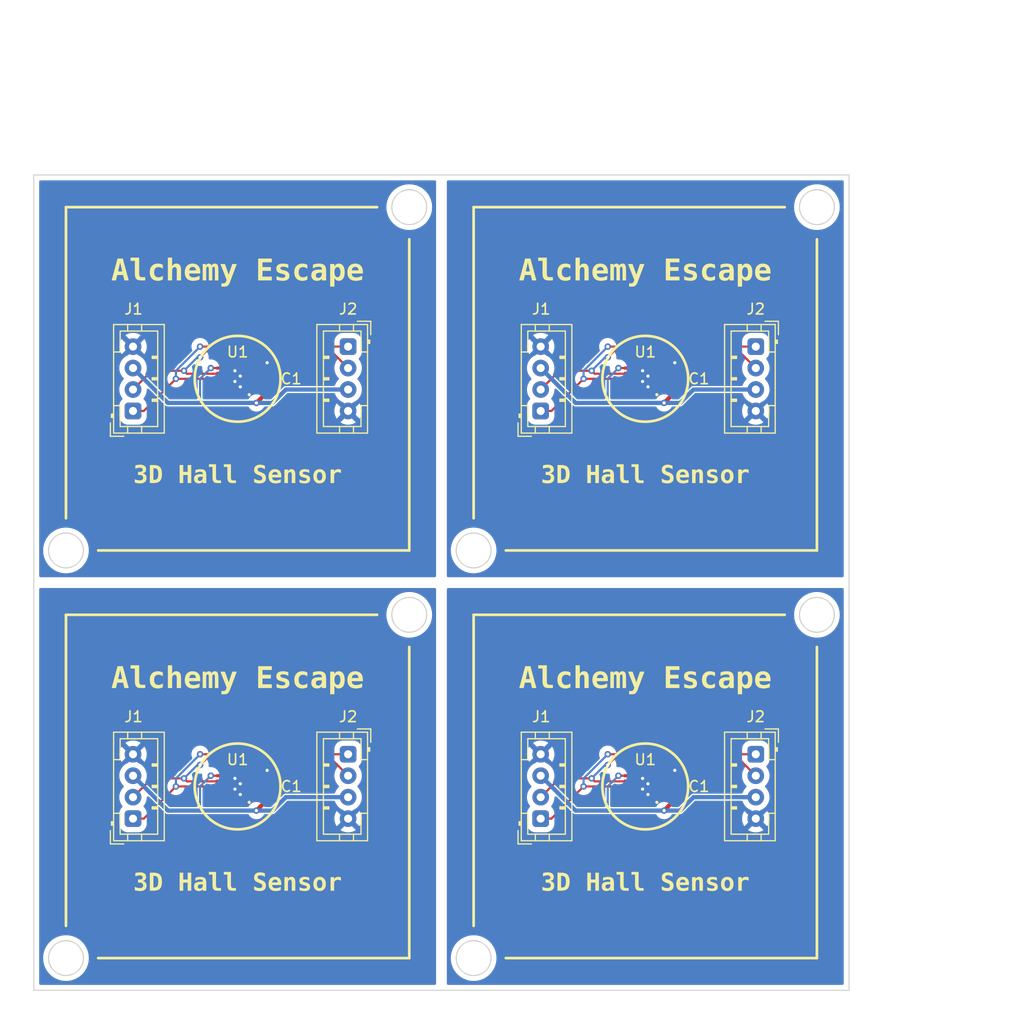
<source format=kicad_pcb>
(kicad_pcb (version 20240108) (generator "pcbnew") (generator_version "8.0")
  (layers (0 "F.Cu" signal) (31 "B.Cu" signal) (34 "B.Paste" user) (35 "F.Paste" user) (36 "B.SilkS" user "B.Silkscreen") (37 "F.SilkS" user "F.Silkscreen") (38 "B.Mask" user) (39 "F.Mask" user) (44 "Edge.Cuts" user))
  (net 0 "")
  (net 1 "Board_0-+3V3")
  (net 2 "Board_0-/SCL")
  (net 3 "Board_0-/SDA")
  (net 4 "Board_0-GND")
  (net 5 "Board_0-unconnected-(U1-NC-Pad10)")
  (net 6 "Board_0-unconnected-(U1-NC-Pad5)")
  (net 7 "Board_0-unconnected-(U1-NC-Pad9)")
  (net 8 "Board_0-unconnected-(U1-~{INT}-Pad4)")
  (net 9 "Board_1-+3V3")
  (net 10 "Board_1-/SCL")
  (net 11 "Board_1-/SDA")
  (net 12 "Board_1-GND")
  (net 13 "Board_1-unconnected-(U1-NC-Pad10)")
  (net 14 "Board_1-unconnected-(U1-NC-Pad5)")
  (net 15 "Board_1-unconnected-(U1-NC-Pad9)")
  (net 16 "Board_1-unconnected-(U1-~{INT}-Pad4)")
  (net 17 "Board_2-+3V3")
  (net 18 "Board_2-/SCL")
  (net 19 "Board_2-/SDA")
  (net 20 "Board_2-GND")
  (net 21 "Board_2-unconnected-(U1-NC-Pad10)")
  (net 22 "Board_2-unconnected-(U1-NC-Pad5)")
  (net 23 "Board_2-unconnected-(U1-NC-Pad9)")
  (net 24 "Board_2-unconnected-(U1-~{INT}-Pad4)")
  (net 25 "Board_3-+3V3")
  (net 26 "Board_3-/SCL")
  (net 27 "Board_3-/SDA")
  (net 28 "Board_3-GND")
  (net 29 "Board_3-unconnected-(U1-NC-Pad10)")
  (net 30 "Board_3-unconnected-(U1-NC-Pad5)")
  (net 31 "Board_3-unconnected-(U1-NC-Pad9)")
  (net 32 "Board_3-unconnected-(U1-~{INT}-Pad4)")
  (footprint "Connector_JST:JST_PH_B4B-PH-K_1x04_P2.00mm_Vertical" (layer "F.Cu") (at 157.75 42 90)
    (property "Reference" "J1")
    (property "Value" "Conn_01x04_Socket" (hide yes))
  )
  (footprint "Allegro:DFN-10-EJ" (layer "F.Cu") (at 129.5 77 90)
    (property "Reference" "U1")
    (property "Value" "~" (hide yes))
  )
  (footprint "Connector_JST:JST_PH_B4B-PH-K_1x04_P2.00mm_Vertical" (layer "F.Cu") (at 139.8 74 -90)
    (property "Reference" "J2")
    (property "Value" "Conn_01x04_Socket" (hide yes))
  )
  (footprint "Connector_JST:JST_PH_B4B-PH-K_1x04_P2.00mm_Vertical" (layer "F.Cu") (at 177.8 36 -90)
    (property "Reference" "J2")
    (property "Value" "Conn_01x04_Socket" (hide yes))
  )
  (footprint "Connector_JST:JST_PH_B4B-PH-K_1x04_P2.00mm_Vertical" (layer "F.Cu") (at 119.75 80 90)
    (property "Reference" "J1")
    (property "Value" "Conn_01x04_Socket" (hide yes))
  )
  (footprint "Connector_JST:JST_PH_B4B-PH-K_1x04_P2.00mm_Vertical" (layer "F.Cu") (at 157.75 80 90)
    (property "Reference" "J1")
    (property "Value" "Conn_01x04_Socket" (hide yes))
  )
  (footprint "Allegro:DFN-10-EJ" (layer "F.Cu") (at 129.5 39 90)
    (property "Reference" "U1")
    (property "Value" "~" (hide yes))
  )
  (footprint "Capacitor_SMD:C_0402_1005Metric_Pad0.74x0.62mm_HandSolder" (layer "F.Cu") (at 170.25 39 -90)
    (property "Reference" "C1")
    (property "Value" "0.1uF" (hide yes))
  )
  (footprint "Capacitor_SMD:C_0402_1005Metric_Pad0.74x0.62mm_HandSolder" (layer "F.Cu") (at 132.25 77 -90)
    (property "Reference" "C1")
    (property "Value" "0.1uF" (hide yes))
  )
  (footprint "Capacitor_SMD:C_0402_1005Metric_Pad0.74x0.62mm_HandSolder" (layer "F.Cu") (at 132.25 39 -90)
    (property "Reference" "C1")
    (property "Value" "0.1uF" (hide yes))
  )
  (footprint "Connector_JST:JST_PH_B4B-PH-K_1x04_P2.00mm_Vertical" (layer "F.Cu") (at 177.8 74 -90)
    (property "Reference" "J2")
    (property "Value" "Conn_01x04_Socket" (hide yes))
  )
  (footprint "Connector_JST:JST_PH_B4B-PH-K_1x04_P2.00mm_Vertical" (layer "F.Cu") (at 119.75 42 90)
    (property "Reference" "J1")
    (property "Value" "Conn_01x04_Socket" (hide yes))
  )
  (footprint "Allegro:DFN-10-EJ" (layer "F.Cu") (at 167.5 39 90)
    (property "Reference" "U1")
    (property "Value" "~" (hide yes))
  )
  (footprint "Connector_JST:JST_PH_B4B-PH-K_1x04_P2.00mm_Vertical" (layer "F.Cu") (at 139.8 36 -90)
    (property "Reference" "J2")
    (property "Value" "Conn_01x04_Socket" (hide yes))
  )
  (footprint "Capacitor_SMD:C_0402_1005Metric_Pad0.74x0.62mm_HandSolder" (layer "F.Cu") (at 170.25 77 -90)
    (property "Reference" "C1")
    (property "Value" "0.1uF" (hide yes))
  )
  (footprint "Allegro:DFN-10-EJ" (layer "F.Cu") (at 167.5 77 90)
    (property "Reference" "U1")
    (property "Value" "~" (hide yes))
  )
  (gr_line (start 116.5 93) (end 145.5 93) (stroke (width 0.25)) (layer "F.SilkS"))
  (gr_line (start 113.5 61) (end 142.5 61) (stroke (width 0.25)) (layer "F.SilkS"))
  (gr_line (start 145.5 93) (end 145.5 64) (stroke (width 0.25)) (layer "F.SilkS"))
  (gr_line (start 113.5 90) (end 113.5 61) (stroke (width 0.25)) (layer "F.SilkS"))
  (gr_line (start 183.5 55) (end 183.5 26) (stroke (width 0.25)) (layer "F.SilkS"))
  (gr_line (start 154.5 55) (end 183.5 55) (stroke (width 0.25)) (layer "F.SilkS"))
  (gr_line (start 113.5 23) (end 142.5 23) (stroke (width 0.25)) (layer "F.SilkS"))
  (gr_line (start 183.5 93) (end 183.5 64) (stroke (width 0.25)) (layer "F.SilkS"))
  (gr_line (start 113.5 52) (end 113.5 23) (stroke (width 0.25)) (layer "F.SilkS"))
  (gr_line (start 116.5 55) (end 145.5 55) (stroke (width 0.25)) (layer "F.SilkS"))
  (gr_line (start 154.5 93) (end 183.5 93) (stroke (width 0.25)) (layer "F.SilkS"))
  (gr_line (start 151.5 90) (end 151.5 61) (stroke (width 0.25)) (layer "F.SilkS"))
  (gr_line (start 151.5 23) (end 180.5 23) (stroke (width 0.25)) (layer "F.SilkS"))
  (gr_line (start 151.5 61) (end 180.5 61) (stroke (width 0.25)) (layer "F.SilkS"))
  (gr_line (start 151.5 52) (end 151.5 23) (stroke (width 0.25)) (layer "F.SilkS"))
  (gr_line (start 145.5 55) (end 145.5 26) (stroke (width 0.25)) (layer "F.SilkS"))
  (gr_line (start 113.956061 56.559689) (end 113.878371 56.580335) (stroke (width 0.1)) (layer "Edge.Cuts"))
  (gr_line (start 151.39957 94.621893) (end 151.319484 94.614942) (stroke (width 0.1)) (layer "Edge.Cuts"))
  (gr_line (start 110.5 58.0005) (end 110.5 96) (stroke (width 0.1)) (layer "Edge.Cuts"))
  (gr_line (start 182.13099 22.124535) (end 182.17596 22.057903) (stroke (width 0.1)) (layer "Edge.Cuts"))
  (gr_line (start 184.697698 21.901754) (end 184.750545 21.962328) (stroke (width 0.1)) (layer "Edge.Cuts"))
  (gr_line (start 151.160832 91.410789) (end 151.23984 91.39596) (stroke (width 0.1)) (layer "Edge.Cuts"))
  (gr_line (start 184.750545 62.037671) (end 184.697698 62.098245) (stroke (width 0.1)) (layer "Edge.Cuts"))
  (gr_line (start 112.446941 53.762384) (end 112.509434 53.711821) (stroke (width 0.1)) (layer "Edge.Cuts"))
  (gr_line (start 182.446941 62.237615) (end 182.387025 62.184023) (stroke (width 0.1)) (layer "Edge.Cuts"))
  (gr_line (start 183.160832 59.410789) (end 183.23984 59.39596) (stroke (width 0.1)) (layer "Edge.Cuts"))
  (gr_line (start 184.107907 24.507008) (end 184.032636 24.535227) (stroke (width 0.1)) (layer "Edge.Cuts"))
  (gr_line (start 144.08937 61.806691) (end 144.051203 61.735943) (stroke (width 0.1)) (layer "Edge.Cuts"))
  (gr_line (start 145.39957 59.378106) (end 145.479901 59.375124) (stroke (width 0.1)) (layer "Edge.Cuts"))
  (gr_line (start 182.446941 24.237615) (end 182.387025 24.184023) (stroke (width 0.1)) (layer "Edge.Cuts"))
  (gr_line (start 183.479901 21.375124) (end 183.560282 21.376118) (stroke (width 0.1)) (layer "Edge.Cuts"))
  (gr_line (start 183.23984 59.39596) (end 183.319484 59.385057) (stroke (width 0.1)) (layer "Edge.Cuts"))
  (gr_line (start 152.107907 91.492991) (end 152.18169 91.524899) (stroke (width 0.1)) (layer "Edge.Cuts"))
  (gr_line (start 146.522124 24.263283) (end 146.4584 24.312285) (stroke (width 0.1)) (layer "Edge.Cuts"))
  (gr_line (start 152.93015 93.771553) (end 152.890244 93.841335) (stroke (width 0.1)) (layer "Edge.Cuts"))
  (gr_line (start 152.522124 94.263283) (end 152.4584 94.312285) (stroke (width 0.1)) (layer "Edge.Cuts"))
  (gr_line (start 150.782032 53.542211) (end 150.855003 53.508489) (stroke (width 0.1)) (layer "Edge.Cuts"))
  (gr_line (start 112.051203 54.264056) (end 112.08937 54.193308) (stroke (width 0.1)) (layer "Edge.Cuts"))
  (gr_line (start 185.028522 60.448416) (end 185.053929 60.524682) (stroke (width 0.1)) (layer "Edge.Cuts"))
  (gr_line (start 182.387025 59.815976) (end 182.446941 59.762384) (stroke (width 0.1)) (layer "Edge.Cuts"))
  (gr_line (start 184.93015 60.228446) (end 184.966556 60.300117) (stroke (width 0.1)) (layer "Edge.Cuts"))
  (gr_line (start 184.522124 24.263283) (end 184.4584 24.312285) (stroke (width 0.1)) (layer "Edge.Cuts"))
  (gr_line (start 152.324076 94.400543) (end 152.253805 94.439583) (stroke (width 0.1)) (layer "Edge.Cuts"))
  (gr_line (start 114.324076 53.599456) (end 114.39233 53.641923) (stroke (width 0.1)) (layer "Edge.Cuts"))
  (gr_line (start 185.053929 61.475317) (end 185.028522 61.551583) (stroke (width 0.1)) (layer "Edge.Cuts"))
  (gr_line (start 113.720405 94.609983) (end 113.640515 94.618913) (stroke (width 0.1)) (layer "Edge.Cuts"))
  (gr_line (start 184.966556 61.699882) (end 184.93015 61.771553) (stroke (width 0.1)) (layer "Edge.Cuts"))
  (gr_line (start 115.075534 55.397888) (end 115.053929 55.475317) (stroke (width 0.1)) (layer "Edge.Cuts"))
  (gr_line (start 149.875497 93.040193) (end 149.875497 92.959806) (stroke (width 0.1)) (layer "Edge.Cuts"))
  (gr_line (start 182.051203 23.735943) (end 182.01658 23.663394) (stroke (width 0.1)) (layer "Edge.Cuts"))
  (gr_line (start 184.39233 21.641923) (end 184.4584 21.687714) (stroke (width 0.1)) (layer "Edge.Cuts"))
  (gr_line (start 182.275503 21.931714) (end 182.329832 21.872465) (stroke (width 0.1)) (layer "Edge.Cuts"))
  (gr_line (start 152.93015 54.228446) (end 152.966556 54.300117) (stroke (width 0.1)) (layer "Edge.Cuts"))
  (gr_line (start 151.005499 91.452067) (end 151.082655 91.429506) (stroke (width 0.1)) (layer "Edge.Cuts"))
  (gr_line (start 144.710817 59.579501) (end 144.782032 59.542211) (stroke (width 0.1)) (layer "Edge.Cuts"))
  (gr_line (start 143.875497 61.040193) (end 143.875497 60.959806) (stroke (width 0.1)) (layer "Edge.Cuts"))
  (gr_line (start 146.846936 60.090941) (end 146.890244 60.158664) (stroke (width 0.1)) (layer "Edge.Cuts"))
  (gr_line (start 114.846936 93.909058) (end 114.800331 93.974557) (stroke (width 0.1)) (layer "Edge.Cuts"))
  (gr_line (start 115.117051 92.839472) (end 115.123011 92.919637) (stroke (width 0.1)) (layer "Edge.Cuts"))
  (gr_line (start 114.999374 93.626499) (end 114.966556 93.699882) (stroke (width 0.1)) (layer "Edge.Cuts"))
  (gr_line (start 146.890244 61.841335) (end 146.846936 61.909058) (stroke (width 0.1)) (layer "Edge.Cuts"))
  (gr_line (start 114.583348 94.21119) (end 114.522124 94.263283) (stroke (width 0.1)) (layer "Edge.Cuts"))
  (gr_line (start 150.051203 54.264056) (end 150.08937 54.193308) (stroke (width 0.1)) (layer "Edge.Cuts"))
  (gr_line (start 183.005499 21.452067) (end 183.082655 21.429506) (stroke (width 0.1)) (layer "Edge.Cuts"))
  (gr_line (start 152.522124 53.736716) (end 152.583348 53.788809) (stroke (width 0.1)) (layer "Edge.Cuts"))
  (gr_line (start 146.39233 59.641923) (end 146.4584 59.687714) (stroke (width 0.1)) (layer "Edge.Cuts"))
  (gr_line (start 144.13099 23.875464) (end 144.08937 23.806691) (stroke (width 0.1)) (layer "Edge.Cuts"))
  (gr_line (start 185.123011 61.080362) (end 185.117051 61.160527) (stroke (width 0.1)) (layer "Edge.Cuts"))
  (gr_line (start 182.782032 21.542211) (end 182.855003 21.508489) (stroke (width 0.1)) (layer "Edge.Cuts"))
  (gr_line (start 114.697698 94.098245) (end 114.64192 94.156132) (stroke (width 0.1)) (layer "Edge.Cuts"))
  (gr_line (start 146.800331 23.974557) (end 146.750545 24.037671) (stroke (width 0.1)) (layer "Edge.Cuts"))
  (gr_line (start 153.107134 55.2403) (end 153.093284 55.319485) (stroke (width 0.1)) (layer "Edge.Cuts"))
  (gr_line (start 115.107134 93.2403) (end 115.093284 93.319485) (stroke (width 0.1)) (layer "Edge.Cuts"))
  (gr_line (start 152.39233 94.358076) (end 152.324076 94.400543) (stroke (width 0.1)) (layer "Edge.Cuts"))
  (gr_line (start 153.117051 54.839472) (end 153.123011 54.919637) (stroke (width 0.1)) (layer "Edge.Cuts"))
  (gr_line (start 146.522124 62.263283) (end 146.4584 62.312285) (stroke (width 0.1)) (layer "Edge.Cuts"))
  (gr_line (start 112.224171 94.006422) (end 112.17596 93.942096) (stroke (width 0.1)) (layer "Edge.Cuts"))
  (gr_line (start 150.08937 93.806691) (end 150.051203 93.735943) (stroke (width 0.1)) (layer "Edge.Cuts"))
  (gr_line (start 149.985588 55.589221) (end 149.958302 55.513607) (stroke (width 0.1)) (layer "Edge.Cuts"))
  (gr_line (start 184.253805 62.439583) (end 184.18169 62.4751) (stroke (width 0.1)) (layer "Edge.Cuts"))
  (gr_line (start 152.107907 56.507008) (end 152.032636 56.535227) (stroke (width 0.1)) (layer "Edge.Cuts"))
  (gr_line (start 183.878371 21.419664) (end 183.956061 21.44031) (stroke (width 0.1)) (layer "Edge.Cuts"))
  (gr_line (start 182.13099 61.875464) (end 182.08937 61.806691) (stroke (width 0.1)) (layer "Edge.Cuts"))
  (gr_line (start 151.319484 56.614942) (end 151.23984 56.604039) (stroke (width 0.1)) (layer "Edge.Cuts"))
  (gr_line (start 152.697698 56.098245) (end 152.64192 56.156132) (stroke (width 0.1)) (layer "Edge.Cuts"))
  (gr_line (start 150.574351 56.335589) (end 150.509434 56.288178) (stroke (width 0.1)) (layer "Edge.Cuts"))
  (gr_line (start 113.160832 91.410789) (end 113.23984 91.39596) (stroke (width 0.1)) (layer "Edge.Cuts"))
  (gr_line (start 150.509434 94.288178) (end 150.446941 94.237615) (stroke (width 0.1)) (layer "Edge.Cuts"))
  (gr_line (start 114.697698 56.098245) (end 114.64192 56.156132) (stroke (width 0.1)) (layer "Edge.Cuts"))
  (gr_line (start 146.999374 23.626499) (end 146.966556 23.699882) (stroke (width 0.1)) (layer "Edge.Cuts"))
  (gr_line (start 114.18169 94.4751) (end 114.107907 94.507008) (stroke (width 0.1)) (layer "Edge.Cuts"))
  (gr_line (start 144.17596 61.942096) (end 144.13099 61.875464) (stroke (width 0.1)) (layer "Edge.Cuts"))
  (gr_line (start 144.710817 24.420498) (end 144.641534 24.379732) (stroke (width 0.1)) (layer "Edge.Cuts"))
  (gr_line (start 112.929553 56.521583) (end 112.855003 56.49151) (stroke (width 0.1)) (layer "Edge.Cuts"))
  (gr_line (start 111.899301 92.720021) (end 111.915105 92.641203) (stroke (width 0.1)) (layer "Edge.Cuts"))
  (gr_line (start 113.560282 91.376118) (end 113.640515 91.381086) (stroke (width 0.1)) (layer "Edge.Cuts"))
  (gr_line (start 112.782032 53.542211) (end 112.855003 53.508489) (stroke (width 0.1)) (layer "Edge.Cuts"))
  (gr_line (start 149.899301 55.279978) (end 149.887413 55.200475) (stroke (width 0.1)) (layer "Edge.Cuts"))
  (gr_line (start 150.387025 56.184023) (end 150.329832 56.127534) (stroke (width 0.1)) (layer "Edge.Cuts"))
  (gr_line (start 182.08937 60.193308) (end 182.13099 60.124535) (stroke (width 0.1)) (layer "Edge.Cuts"))
  (gr_line (start 153.123011 92.919637) (end 153.125 93) (stroke (width 0.1)) (layer "Edge.Cuts"))
  (gr_line (start 181.915105 23.358796) (end 181.899301 23.279978) (stroke (width 0.1)) (layer "Edge.Cuts"))
  (gr_line (start 146.846936 61.909058) (end 146.800331 61.974557) (stroke (width 0.1)) (layer "Edge.Cuts"))
  (gr_line (start 144.01658 61.663394) (end 143.985588 61.589221) (stroke (width 0.1)) (layer "Edge.Cuts"))
  (gr_line (start 151.082655 56.570493) (end 151.005499 56.547932) (stroke (width 0.1)) (layer "Edge.Cuts"))
  (gr_line (start 147.125 61) (end 147.123011 61.080362) (stroke (width 0.1)) (layer "Edge.Cuts"))
  (gr_line (start 145.720405 59.390016) (end 145.799755 59.402886) (stroke (width 0.1)) (layer "Edge.Cuts"))
  (gr_line (start 144.051203 22.264056) (end 144.08937 22.193308) (stroke (width 0.1)) (layer "Edge.Cuts"))
  (gr_line (start 147.053929 61.475317) (end 147.028522 61.551583) (stroke (width 0.1)) (layer "Edge.Cuts"))
  (gr_line (start 153.075534 55.397888) (end 153.053929 55.475317) (stroke (width 0.1)) (layer "Edge.Cuts"))
  (gr_line (start 146.4584 62.312285) (end 146.39233 62.358076) (stroke (width 0.1)) (layer "Edge.Cuts"))
  (gr_line (start 182.224171 24.006422) (end 182.17596 23.942096) (stroke (width 0.1)) (layer "Edge.Cuts"))
  (gr_line (start 114.93015 93.771553) (end 114.890244 93.841335) (stroke (width 0.1)) (layer "Edge.Cuts"))
  (gr_line (start 114.966556 92.300117) (end 114.999374 92.3735) (stroke (width 0.1)) (layer "Edge.Cuts"))
  (gr_line (start 181.958302 60.486392) (end 181.985588 60.410778) (stroke (width 0.1)) (layer "Edge.Cuts"))
  (gr_line (start 114.583348 91.788809) (end 114.64192 91.843867) (stroke (width 0.1)) (layer "Edge.Cuts"))
  (gr_line (start 113.799755 91.402886) (end 113.878371 91.419664) (stroke (width 0.1)) (layer "Edge.Cuts"))
  (gr_line (start 144.446941 62.237615) (end 144.387025 62.184023) (stroke (width 0.1)) (layer "Edge.Cuts"))
  (gr_line (start 144.782032 21.542211) (end 144.855003 21.508489) (stroke (width 0.1)) (layer "Edge.Cuts"))
  (gr_line (start 181.899301 60.720021) (end 181.915105 60.641203) (stroke (width 0.1)) (layer "Edge.Cuts"))
  (gr_line (start 144.01658 60.336605) (end 144.051203 60.264056) (stroke (width 0.1)) (layer "Edge.Cuts"))
  (gr_line (start 113.956061 91.44031) (end 114.032636 91.464772) (stroke (width 0.1)) (layer "Edge.Cuts"))
  (gr_line (start 146.18169 21.524899) (end 146.253805 21.560416) (stroke (width 0.1)) (layer "Edge.Cuts"))
  (gr_line (start 182.224171 21.993577) (end 182.275503 21.931714) (stroke (width 0.1)) (layer "Edge.Cuts"))
  (gr_line (start 114.324076 56.400543) (end 114.253805 56.439583) (stroke (width 0.1)) (layer "Edge.Cuts"))
  (gr_line (start 113.560282 56.623881) (end 113.479901 56.624875) (stroke (width 0.1)) (layer "Edge.Cuts"))
  (gr_line (start 111.887413 93.200475) (end 111.879472 93.120481) (stroke (width 0.1)) (layer "Edge.Cuts"))
  (gr_line (start 145.720405 21.390016) (end 145.799755 21.402886) (stroke (width 0.1)) (layer "Edge.Cuts"))
  (gr_line (start 145.23984 24.604039) (end 145.160832 24.58921) (stroke (width 0.1)) (layer "Edge.Cuts"))
  (gr_line (start 184.522124 62.263283) (end 184.4584 62.312285) (stroke (width 0.1)) (layer "Edge.Cuts"))
  (gr_line (start 113.956061 94.559689) (end 113.878371 94.580335) (stroke (width 0.1)) (layer "Edge.Cuts"))
  (gr_line (start 151.005499 94.547932) (end 150.929553 94.521583) (stroke (width 0.1)) (layer "Edge.Cuts"))
  (gr_line (start 145.560282 24.623881) (end 145.479901 24.624875) (stroke (width 0.1)) (layer "Edge.Cuts"))
  (gr_line (start 152.324076 53.599456) (end 152.39233 53.641923) (stroke (width 0.1)) (layer "Edge.Cuts"))
  (gr_line (start 144.387025 24.184023) (end 144.329832 24.127534) (stroke (width 0.1)) (layer "Edge.Cuts"))
  (gr_line (start 114.890244 93.841335) (end 114.846936 93.909058) (stroke (width 0.1)) (layer "Edge.Cuts"))
  (gr_line (start 150.051203 92.264056) (end 150.08937 92.193308) (stroke (width 0.1)) (layer "Edge.Cuts"))
  (gr_line (start 150.08937 55.806691) (end 150.051203 55.735943) (stroke (width 0.1)) (layer "Edge.Cuts"))
  (gr_line (start 151.560282 53.376118) (end 151.640515 53.381086) (stroke (width 0.1)) (layer "Edge.Cuts"))
  (gr_line (start 152.999374 55.626499) (end 152.966556 55.699882) (stroke (width 0.1)) (layer "Edge.Cuts"))
  (gr_line (start 182.01658 61.663394) (end 181.985588 61.589221) (stroke (width 0.1)) (layer "Edge.Cuts"))
  (gr_line (start 184.324076 62.400543) (end 184.253805 62.439583) (stroke (width 0.1)) (layer "Edge.Cuts"))
  (gr_line (start 112.710817 94.420498) (end 112.641534 94.379732) (stroke (width 0.1)) (layer "Edge.Cuts"))
  (gr_line (start 147.123011 23.080362) (end 147.117051 23.160527) (stroke (width 0.1)) (layer "Edge.Cuts"))
  (gr_line (start 184.890244 22.158664) (end 184.93015 22.228446) (stroke (width 0.1)) (layer "Edge.Cuts"))
  (gr_line (start 182.509434 24.288178) (end 182.446941 24.237615) (stroke (width 0.1)) (layer "Edge.Cuts"))
  (gr_line (start 115.123011 54.919637) (end 115.125 55) (stroke (width 0.1)) (layer "Edge.Cuts"))
  (gr_line (start 182.509434 59.711821) (end 182.574351 59.66441) (stroke (width 0.1)) (layer "Edge.Cuts"))
  (gr_line (start 114.750545 94.037671) (end 114.697698 94.098245) (stroke (width 0.1)) (layer "Edge.Cuts"))
  (gr_line (start 143.934788 22.563263) (end 143.958302 22.486392) (stroke (width 0.1)) (layer "Edge.Cuts"))
  (gr_line (start 184.93015 61.771553) (end 184.890244 61.841335) (stroke (width 0.1)) (layer "Edge.Cuts"))
  (gr_line (start 114.966556 93.699882) (end 114.93015 93.771553) (stroke (width 0.1)) (layer "Edge.Cuts"))
  (gr_line (start 152.966556 93.699882) (end 152.93015 93.771553) (stroke (width 0.1)) (layer "Edge.Cuts"))
  (gr_line (start 114.032636 94.535227) (end 113.956061 94.559689) (stroke (width 0.1)) (layer "Edge.Cuts"))
  (gr_line (start 114.999374 92.3735) (end 115.028522 92.448416) (stroke (width 0.1)) (layer "Edge.Cuts"))
  (gr_line (start 182.929553 21.478416) (end 183.005499 21.452067) (stroke (width 0.1)) (layer "Edge.Cuts"))
  (gr_line (start 184.4584 24.312285) (end 184.39233 24.358076) (stroke (width 0.1)) (layer "Edge.Cuts"))
  (gr_line (start 113.23984 94.604039) (end 113.160832 94.58921) (stroke (width 0.1)) (layer "Edge.Cuts"))
  (gr_line (start 151.479901 91.375124) (end 151.560282 91.376118) (stroke (width 0.1)) (layer "Edge.Cuts"))
  (gr_line (start 151.560282 56.623881) (end 151.479901 56.624875) (stroke (width 0.1)) (layer "Edge.Cuts"))
  (gr_line (start 143.875497 22.959806) (end 143.879472 22.879518) (stroke (width 0.1)) (layer "Edge.Cuts"))
  (gr_line (start 152.4584 94.312285) (end 152.39233 94.358076) (stroke (width 0.1)) (layer "Edge.Cuts"))
  (gr_line (start 146.324076 21.599456) (end 146.39233 21.641923) (stroke (width 0.1)) (layer "Edge.Cuts"))
  (gr_line (start 144.641534 59.620267) (end 144.710817 59.579501) (stroke (width 0.1)) (layer "Edge.Cuts"))
  (gr_line (start 112.387025 53.815976) (end 112.446941 53.762384) (stroke (width 0.1)) (layer "Edge.Cuts"))
  (gr_line (start 115.107134 92.759699) (end 115.117051 92.839472) (stroke (width 0.1)) (layer "Edge.Cuts"))
  (gr_line (start 181.879472 23.120481) (end 181.875497 23.040193) (stroke (width 0.1)) (layer "Edge.Cuts"))
  (gr_line (start 152.64192 94.156132) (end 152.583348 94.21119) (stroke (width 0.1)) (layer "Edge.Cuts"))
  (gr_line (start 183.560282 24.623881) (end 183.479901 24.624875) (stroke (width 0.1)) (layer "Edge.Cuts"))
  (gr_line (start 150.17596 54.057903) (end 150.224171 53.993577) (stroke (width 0.1)) (layer "Edge.Cuts"))
  (gr_line (start 144.329832 21.872465) (end 144.387025 21.815976) (stroke (width 0.1)) (layer "Edge.Cuts"))
  (gr_line (start 146.4584 59.687714) (end 146.522124 59.736716) (stroke (width 0.1)) (layer "Edge.Cuts"))
  (gr_line (start 144.17596 22.057903) (end 144.224171 21.993577) (stroke (width 0.1)) (layer "Edge.Cuts"))
  (gr_line (start 182.224171 62.006422) (end 182.17596 61.942096) (stroke (width 0.1)) (layer "Edge.Cuts"))
  (gr_line (start 110.5 96) (end 148.5 96) (stroke (width 0.1)) (layer "Edge.Cuts"))
  (gr_line (start 152.697698 91.901754) (end 152.750545 91.962328) (stroke (width 0.1)) (layer "Edge.Cuts"))
  (gr_line (start 149.887413 93.200475) (end 149.879472 93.120481) (stroke (width 0.1)) (layer "Edge.Cuts"))
  (gr_line (start 147.075534 60.602111) (end 147.093284 60.680514) (stroke (width 0.1)) (layer "Edge.Cuts"))
  (gr_line (start 184.324076 21.599456) (end 184.39233 21.641923) (stroke (width 0.1)) (layer "Edge.Cuts"))
  (gr_line (start 185.093284 23.319485) (end 185.075534 23.397888) (stroke (width 0.1)) (layer "Edge.Cuts"))
  (gr_line (start 114.4584 53.687714) (end 114.522124 53.736716) (stroke (width 0.1)) (layer "Edge.Cuts"))
  (gr_line (start 114.032636 53.464772) (end 114.107907 53.492991) (stroke (width 0.1)) (layer "Edge.Cuts"))
  (gr_line (start 112.17596 92.057903) (end 112.224171 91.993577) (stroke (width 0.1)) (layer "Edge.Cuts"))
  (gr_line (start 152.18169 56.4751) (end 152.107907 56.507008) (stroke (width 0.1)) (layer "Edge.Cuts"))
  (gr_line (start 147.117051 61.160527) (end 147.107134 61.2403) (stroke (width 0.1)) (layer "Edge.Cuts"))
  (gr_line (start 182.01658 22.336605) (end 182.051203 22.264056) (stroke (width 0.1)) (layer "Edge.Cuts"))
  (gr_line (start 114.324076 91.599456) (end 114.39233 91.641923) (stroke (width 0.1)) (layer "Edge.Cuts"))
  (gr_line (start 182.01658 60.336605) (end 182.051203 60.264056) (stroke (width 0.1)) (layer "Edge.Cuts"))
  (gr_line (start 149.915105 92.641203) (end 149.934788 92.563263) (stroke (width 0.1)) (layer "Edge.Cuts"))
  (gr_line (start 112.224171 91.993577) (end 112.275503 91.931714) (stroke (width 0.1)) (layer "Edge.Cuts"))
  (gr_line (start 181.879472 61.120481) (end 181.875497 61.040193) (stroke (width 0.1)) (layer "Edge.Cuts"))
  (gr_line (start 143.887413 23.200475) (end 143.879472 23.120481) (stroke (width 0.1)) (layer "Edge.Cuts"))
  (gr_line (start 145.005499 21.452067) (end 145.082655 21.429506) (stroke (width 0.1)) (layer "Edge.Cuts"))
  (gr_line (start 146.107907 62.507008) (end 146.032636 62.535227) (stroke (width 0.1)) (layer "Edge.Cuts"))
  (gr_line (start 145.878371 24.580335) (end 145.799755 24.597113) (stroke (width 0.1)) (layer "Edge.Cuts"))
  (gr_line (start 146.999374 61.626499) (end 146.966556 61.699882) (stroke (width 0.1)) (layer "Edge.Cuts"))
  (gr_line (start 152.999374 54.3735) (end 153.028522 54.448416) (stroke (width 0.1)) (layer "Edge.Cuts"))
  (gr_line (start 151.799755 56.597113) (end 151.720405 56.609983) (stroke (width 0.1)) (layer "Edge.Cuts"))
  (gr_line (start 182.855003 21.508489) (end 182.929553 21.478416) (stroke (width 0.1)) (layer "Edge.Cuts"))
  (gr_line (start 147.123011 61.080362) (end 147.117051 61.160527) (stroke (width 0.1)) (layer "Edge.Cuts"))
  (gr_line (start 144.710817 21.579501) (end 144.782032 21.542211) (stroke (width 0.1)) (layer "Edge.Cuts"))
  (gr_line (start 185.123011 23.080362) (end 185.117051 23.160527) (stroke (width 0.1)) (layer "Edge.Cuts"))
  (gr_line (start 112.13099 54.124535) (end 112.17596 54.057903) (stroke (width 0.1)) (layer "Edge.Cuts"))
  (gr_line (start 143.879472 61.120481) (end 143.875497 61.040193) (stroke (width 0.1)) (layer "Edge.Cuts"))
  (gr_line (start 185.053929 60.524682) (end 185.075534 60.602111) (stroke (width 0.1)) (layer "Edge.Cuts"))
  (gr_line (start 182.509434 21.711821) (end 182.574351 21.66441) (stroke (width 0.1)) (layer "Edge.Cuts"))
  (gr_line (start 151.39957 53.378106) (end 151.479901 53.375124) (stroke (width 0.1)) (layer "Edge.Cuts"))
  (gr_line (start 144.224171 59.993577) (end 144.275503 59.931714) (stroke (width 0.1)) (layer "Edge.Cuts"))
  (gr_line (start 112.710817 56.420498) (end 112.641534 56.379732) (stroke (width 0.1)) (layer "Edge.Cuts"))
  (gr_line (start 111.879472 54.879518) (end 111.887413 54.799524) (stroke (width 0.1)) (layer "Edge.Cuts"))
  (gr_line (start 153.123011 54.919637) (end 153.125 55) (stroke (width 0.1)) (layer "Edge.Cuts"))
  (gr_line (start 182.782032 59.542211) (end 182.855003 59.508489) (stroke (width 0.1)) (layer "Edge.Cuts"))
  (gr_line (start 181.985588 60.410778) (end 182.01658 60.336605) (stroke (width 0.1)) (layer "Edge.Cuts"))
  (gr_line (start 184.846936 61.909058) (end 184.800331 61.974557) (stroke (width 0.1)) (layer "Edge.Cuts"))
  (gr_line (start 184.64192 24.156132) (end 184.583348 24.21119) (stroke (width 0.1)) (layer "Edge.Cuts"))
  (gr_line (start 149.985588 92.410778) (end 150.01658 92.336605) (stroke (width 0.1)) (layer "Edge.Cuts"))
  (gr_line (start 115.093284 93.319485) (end 115.075534 93.397888) (stroke (width 0.1)) (layer "Edge.Cuts"))
  (gr_line (start 151.799755 53.402886) (end 151.878371 53.419664) (stroke (width 0.1)) (layer "Edge.Cuts"))
  (gr_line (start 111.899301 55.279978) (end 111.887413 55.200475) (stroke (width 0.1)) (layer "Edge.Cuts"))
  (gr_line (start 149.934788 54.563263) (end 149.958302 54.486392) (stroke (width 0.1)) (layer "Edge.Cuts"))
  (gr_line (start 183.319484 62.614942) (end 183.23984 62.604039) (stroke (width 0.1)) (layer "Edge.Cuts"))
  (gr_line (start 144.275503 59.931714) (end 144.329832 59.872465) (stroke (width 0.1)) (layer "Edge.Cuts"))
  (gr_line (start 150.224171 91.993577) (end 150.275503 91.931714) (stroke (width 0.1)) (layer "Edge.Cuts"))
  (gr_line (start 113.720405 91.390016) (end 113.799755 91.402886) (stroke (width 0.1)) (layer "Edge.Cuts"))
  (gr_line (start 113.799755 53.402886) (end 113.878371 53.419664) (stroke (width 0.1)) (layer "Edge.Cuts"))
  (gr_line (start 145.39957 24.621893) (end 145.319484 24.614942) (stroke (width 0.1)) (layer "Edge.Cuts"))
  (gr_line (start 152.324076 56.400543) (end 152.253805 56.439583) (stroke (width 0.1)) (layer "Edge.Cuts"))
  (gr_line (start 114.39233 94.358076) (end 114.324076 94.400543) (stroke (width 0.1)) (layer "Edge.Cuts"))
  (gr_line (start 184.890244 23.841335) (end 184.846936 23.909058) (stroke (width 0.1)) (layer "Edge.Cuts"))
  (gr_line (start 114.846936 54.090941) (end 114.890244 54.158664) (stroke (width 0.1)) (layer "Edge.Cuts"))
  (gr_line (start 144.387025 59.815976) (end 144.446941 59.762384) (stroke (width 0.1)) (layer "Edge.Cuts"))
  (gr_line (start 150.446941 56.237615) (end 150.387025 56.184023) (stroke (width 0.1)) (layer "Edge.Cuts"))
  (gr_line (start 153.107134 92.759699) (end 153.117051 92.839472) (stroke (width 0.1)) (layer "Edge.Cuts"))
  (gr_line (start 186.5 96) (end 186.5 58.0005) (stroke (width 0.1)) (layer "Edge.Cuts"))
  (gr_line (start 114.39233 91.641923) (end 114.4584 91.687714) (stroke (width 0.1)) (layer "Edge.Cuts"))
  (gr_line (start 111.985588 93.589221) (end 111.958302 93.513607) (stroke (width 0.1)) (layer "Edge.Cuts"))
  (gr_line (start 185.075534 22.602111) (end 185.093284 22.680514) (stroke (width 0.1)) (layer "Edge.Cuts"))
  (gr_line (start 111.958302 92.486392) (end 111.985588 92.410778) (stroke (width 0.1)) (layer "Edge.Cuts"))
  (gr_line (start 113.640515 94.618913) (end 113.560282 94.623881) (stroke (width 0.1)) (layer "Edge.Cuts"))
  (gr_line (start 150.329832 91.872465) (end 150.387025 91.815976) (stroke (width 0.1)) (layer "Edge.Cuts"))
  (gr_line (start 115.028522 54.448416) (end 115.053929 54.524682) (stroke (width 0.1)) (layer "Edge.Cuts"))
  (gr_line (start 114.39233 56.358076) (end 114.324076 56.400543) (stroke (width 0.1)) (layer "Edge.Cuts"))
  (gr_line (start 114.64192 94.156132) (end 114.583348 94.21119) (stroke (width 0.1)) (layer "Edge.Cuts"))
  (gr_line (start 184.032636 62.535227) (end 183.956061 62.559689) (stroke (width 0.1)) (layer "Edge.Cuts"))
  (gr_line (start 182.855003 59.508489) (end 182.929553 59.478416) (stroke (width 0.1)) (layer "Edge.Cuts"))
  (gr_line (start 150.574351 91.66441) (end 150.641534 91.620267) (stroke (width 0.1)) (layer "Edge.Cuts"))
  (gr_line (start 145.160832 59.410789) (end 145.23984 59.39596) (stroke (width 0.1)) (layer "Edge.Cuts"))
  (gr_line (start 182.275503 62.068285) (end 182.224171 62.006422) (stroke (width 0.1)) (layer "Edge.Cuts"))
  (gr_line (start 147.053929 60.524682) (end 147.075534 60.602111) (stroke (width 0.1)) (layer "Edge.Cuts"))
  (gr_line (start 113.479901 56.624875) (end 113.39957 56.621893) (stroke (width 0.1)) (layer "Edge.Cuts"))
  (gr_line (start 146.966556 61.699882) (end 146.93015 61.771553) (stroke (width 0.1)) (layer "Edge.Cuts"))
  (gr_line (start 146.890244 23.841335) (end 146.846936 23.909058) (stroke (width 0.1)) (layer "Edge.Cuts"))
  (gr_line (start 145.956061 21.44031) (end 146.032636 21.464772) (stroke (width 0.1)) (layer "Edge.Cuts"))
  (gr_line (start 112.17596 54.057903) (end 112.224171 53.993577) (stroke (width 0.1)) (layer "Edge.Cuts"))
  (gr_line (start 146.253805 59.560416) (end 146.324076 59.599456) (stroke (width 0.1)) (layer "Edge.Cuts"))
  (gr_line (start 146.64192 21.843867) (end 146.697698 21.901754) (stroke (width 0.1)) (layer "Edge.Cuts"))
  (gr_line (start 152.800331 92.025442) (end 152.846936 92.090941) (stroke (width 0.1)) (layer "Edge.Cuts"))
  (gr_line (start 144.387025 62.184023) (end 144.329832 62.127534) (stroke (width 0.1)) (layer "Edge.Cuts"))
  (gr_line (start 184.800331 22.025442) (end 184.846936 22.090941) (stroke (width 0.1)) (layer "Edge.Cuts"))
  (gr_line (start 111.887413 55.200475) (end 111.879472 55.120481) (stroke (width 0.1)) (layer "Edge.Cuts"))
  (gr_line (start 113.160832 94.58921) (end 113.082655 94.570493) (stroke (width 0.1)) (layer "Edge.Cuts"))
  (gr_line (start 114.39233 53.641923) (end 114.4584 53.687714) (stroke (width 0.1)) (layer "Edge.Cuts"))
  (gr_line (start 114.64192 53.843867) (end 114.697698 53.901754) (stroke (width 0.1)) (layer "Edge.Cuts"))
  (gr_line (start 114.253805 91.560416) (end 114.324076 91.599456) (stroke (width 0.1)) (layer "Edge.Cuts"))
  (gr_line (start 144.17596 60.057903) (end 144.224171 59.993577) (stroke (width 0.1)) (layer "Edge.Cuts"))
  (gr_line (start 111.879472 55.120481) (end 111.875497 55.040193) (stroke (width 0.1)) (layer "Edge.Cuts"))
  (gr_line (start 184.800331 23.974557) (end 184.750545 24.037671) (stroke (width 0.1)) (layer "Edge.Cuts"))
  (gr_line (start 145.720405 62.609983) (end 145.640515 62.618913) (stroke (width 0.1)) (layer "Edge.Cuts"))
  (gr_line (start 145.720405 24.609983) (end 145.640515 24.618913) (stroke (width 0.1)) (layer "Edge.Cuts"))
  (gr_line (start 153.028522 54.448416) (end 153.053929 54.524682) (stroke (width 0.1)) (layer "Edge.Cuts"))
  (gr_line (start 181.887413 23.200475) (end 181.879472 23.120481) (stroke (width 0.1)) (layer "Edge.Cuts"))
  (gr_line (start 152.966556 54.300117) (end 152.999374 54.3735) (stroke (width 0.1)) (layer "Edge.Cuts"))
  (gr_line (start 150.855003 94.49151) (end 150.782032 94.457788) (stroke (width 0.1)) (layer "Edge.Cuts"))
  (gr_line (start 112.275503 53.931714) (end 112.329832 53.872465) (stroke (width 0.1)) (layer "Edge.Cuts"))
  (gr_line (start 111.985588 55.589221) (end 111.958302 55.513607) (stroke (width 0.1)) (layer "Edge.Cuts"))
  (gr_line (start 183.319484 21.385057) (end 183.39957 21.378106) (stroke (width 0.1)) (layer "Edge.Cuts"))
  (gr_line (start 150.782032 56.457788) (end 150.710817 56.420498) (stroke (width 0.1)) (layer "Edge.Cuts"))
  (gr_line (start 183.560282 21.376118) (end 183.640515 21.381086) (stroke (width 0.1)) (layer "Edge.Cuts"))
  (gr_line (start 112.387025 94.184023) (end 112.329832 94.127534) (stroke (width 0.1)) (layer "Edge.Cuts"))
  (gr_line (start 149.875497 54.959806) (end 149.879472 54.879518) (stroke (width 0.1)) (layer "Edge.Cuts"))
  (gr_line (start 111.899301 93.279978) (end 111.887413 93.200475) (stroke (width 0.1)) (layer "Edge.Cuts"))
  (gr_line (start 112.224171 56.006422) (end 112.17596 55.942096) (stroke (width 0.1)) (layer "Edge.Cuts"))
  (gr_line (start 185.125 61) (end 185.123011 61.080362) (stroke (width 0.1)) (layer "Edge.Cuts"))
  (gr_line (start 145.479901 21.375124) (end 145.560282 21.376118) (stroke (width 0.1)) (layer "Edge.Cuts"))
  (gr_line (start 113.640515 91.381086) (end 113.720405 91.390016) (stroke (width 0.1)) (layer "Edge.Cuts"))
  (gr_line (start 144.929553 24.521583) (end 144.855003 24.49151) (stroke (width 0.1)) (layer "Edge.Cuts"))
  (gr_line (start 185.075534 61.397888) (end 185.053929 61.475317) (stroke (width 0.1)) (layer "Edge.Cuts"))
  (gr_line (start 114.999374 55.626499) (end 114.966556 55.699882) (stroke (width 0.1)) (layer "Edge.Cuts"))
  (gr_line (start 185.107134 23.2403) (end 185.093284 23.319485) (stroke (width 0.1)) (layer "Edge.Cuts"))
  (gr_line (start 182.01658 23.663394) (end 181.985588 23.589221) (stroke (width 0.1)) (layer "Edge.Cuts"))
  (gr_line (start 111.934788 55.436736) (end 111.915105 55.358796) (stroke (width 0.1)) (layer "Edge.Cuts"))
  (gr_line (start 115.107134 54.759699) (end 115.117051 54.839472) (stroke (width 0.1)) (layer "Edge.Cuts"))
  (gr_line (start 184.583348 24.21119) (end 184.522124 24.263283) (stroke (width 0.1)) (layer "Edge.Cuts"))
  (gr_line (start 182.08937 23.806691) (end 182.051203 23.735943) (stroke (width 0.1)) (layer "Edge.Cuts"))
  (gr_line (start 114.999374 54.3735) (end 115.028522 54.448416) (stroke (width 0.1)) (layer "Edge.Cuts"))
  (gr_line (start 113.878371 94.580335) (end 113.799755 94.597113) (stroke (width 0.1)) (layer "Edge.Cuts"))
  (gr_line (start 182.17596 23.942096) (end 182.13099 23.875464) (stroke (width 0.1)) (layer "Edge.Cuts"))
  (gr_line (start 147.028522 23.551583) (end 146.999374 23.626499) (stroke (width 0.1)) (layer "Edge.Cuts"))
  (gr_line (start 146.93015 22.228446) (end 146.966556 22.300117) (stroke (width 0.1)) (layer "Edge.Cuts"))
  (gr_line (start 151.39957 56.621893) (end 151.319484 56.614942) (stroke (width 0.1)) (layer "Edge.Cuts"))
  (gr_line (start 112.08937 92.193308) (end 112.13099 92.124535) (stroke (width 0.1)) (layer "Edge.Cuts"))
  (gr_line (start 112.329832 94.127534) (end 112.275503 94.068285) (stroke (width 0.1)) (layer "Edge.Cuts"))
  (gr_line (start 151.878371 56.580335) (end 151.799755 56.597113) (stroke (width 0.1)) (layer "Edge.Cuts"))
  (gr_line (start 181.934788 22.563263) (end 181.958302 22.486392) (stroke (width 0.1)) (layer "Edge.Cuts"))
  (gr_line (start 144.051203 60.264056) (end 144.08937 60.193308) (stroke (width 0.1)) (layer "Edge.Cuts"))
  (gr_line (start 146.890244 22.158664) (end 146.93015 22.228446) (stroke (width 0.1)) (layer "Edge.Cuts"))
  (gr_line (start 184.107907 21.492991) (end 184.18169 21.524899) (stroke (width 0.1)) (layer "Edge.Cuts"))
  (gr_line (start 151.082655 53.429506) (end 151.160832 53.410789) (stroke (width 0.1)) (layer "Edge.Cuts"))
  (gr_line (start 113.479901 91.375124) (end 113.560282 91.376118) (stroke (width 0.1)) (layer "Edge.Cuts"))
  (gr_line (start 184.39233 24.358076) (end 184.324076 24.400543) (stroke (width 0.1)) (layer "Edge.Cuts"))
  (gr_line (start 152.890244 93.841335) (end 152.846936 93.909058) (stroke (width 0.1)) (layer "Edge.Cuts"))
  (gr_line (start 111.879472 92.879518) (end 111.887413 92.799524) (stroke (width 0.1)) (layer "Edge.Cuts"))
  (gr_line (start 112.509434 94.288178) (end 112.446941 94.237615) (stroke (width 0.1)) (layer "Edge.Cuts"))
  (gr_line (start 148.5 96) (end 186.5 96) (stroke (width 0.1)) (layer "Edge.Cuts"))
  (gr_line (start 143.985588 23.589221) (end 143.958302 23.513607) (stroke (width 0.1)) (layer "Edge.Cuts"))
  (gr_line (start 151.640515 91.381086) (end 151.720405 91.390016) (stroke (width 0.1)) (layer "Edge.Cuts"))
  (gr_line (start 146.107907 21.492991) (end 146.18169 21.524899) (stroke (width 0.1)) (layer "Edge.Cuts"))
  (gr_line (start 150.641534 94.379732) (end 150.574351 94.335589) (stroke (width 0.1)) (layer "Edge.Cuts"))
  (gr_line (start 149.958302 92.486392) (end 149.985588 92.410778) (stroke (width 0.1)) (layer "Edge.Cuts"))
  (gr_line (start 184.583348 59.788809) (end 184.64192 59.843867) (stroke (width 0.1)) (layer "Edge.Cuts"))
  (gr_line (start 144.329832 24.127534) (end 144.275503 24.068285) (stroke (width 0.1)) (layer "Edge.Cuts"))
  (gr_line (start 183.082655 24.570493) (end 183.005499 24.547932) (stroke (width 0.1)) (layer "Edge.Cuts"))
  (gr_line (start 182.782032 24.457788) (end 182.710817 24.420498) (stroke (width 0.1)) (layer "Edge.Cuts"))
  (gr_line (start 183.956061 59.44031) (end 184.032636 59.464772) (stroke (width 0.1)) (layer "Edge.Cuts"))
  (gr_line (start 147.028522 61.551583) (end 146.999374 61.626499) (stroke (width 0.1)) (layer "Edge.Cuts"))
  (gr_line (start 151.799755 91.402886) (end 151.878371 91.419664) (stroke (width 0.1)) (layer "Edge.Cuts"))
  (gr_line (start 144.08937 22.193308) (end 144.13099 22.124535) (stroke (width 0.1)) (layer "Edge.Cuts"))
  (gr_line (start 114.750545 56.037671) (end 114.697698 56.098245) (stroke (width 0.1)) (layer "Edge.Cuts"))
  (gr_line (start 151.720405 56.609983) (end 151.640515 56.618913) (stroke (width 0.1)) (layer "Edge.Cuts"))
  (gr_line (start 150.446941 53.762384) (end 150.509434 53.711821) (stroke (width 0.1)) (layer "Edge.Cuts"))
  (gr_line (start 185.117051 23.160527) (end 185.107134 23.2403) (stroke (width 0.1)) (layer "Edge.Cuts"))
  (gr_line (start 149.899301 54.720021) (end 149.915105 54.641203) (stroke (width 0.1)) (layer "Edge.Cuts"))
  (gr_line (start 149.887413 54.799524) (end 149.899301 54.720021) (stroke (width 0.1)) (layer "Edge.Cuts"))
  (gr_line (start 146.697698 24.098245) (end 146.64192 24.156132) (stroke (width 0.1)) (layer "Edge.Cuts"))
  (gr_line (start 184.032636 24.535227) (end 183.956061 24.559689) (stroke (width 0.1)) (layer "Edge.Cuts"))
  (gr_line (start 150.710817 91.579501) (end 150.782032 91.542211) (stroke (width 0.1)) (layer "Edge.Cuts"))
  (gr_line (start 146.966556 23.699882) (end 146.93015 23.771553) (stroke (width 0.1)) (layer "Edge.Cuts"))
  (gr_line (start 150.08937 92.193308) (end 150.13099 92.124535) (stroke (width 0.1)) (layer "Edge.Cuts"))
  (gr_line (start 144.051203 61.735943) (end 144.01658 61.663394) (stroke (width 0.1)) (layer "Edge.Cuts"))
  (gr_line (start 182.929553 62.521583) (end 182.855003 62.49151) (stroke (width 0.1)) (layer "Edge.Cuts"))
  (gr_line (start 145.082655 59.429506) (end 145.160832 59.410789) (stroke (width 0.1)) (layer "Edge.Cuts"))
  (gr_line (start 150.446941 94.237615) (end 150.387025 94.184023) (stroke (width 0.1)) (layer "Edge.Cuts"))
  (gr_line (start 149.958302 54.486392) (end 149.985588 54.410778) (stroke (width 0.1)) (layer "Edge.Cuts"))
  (gr_line (start 183.799755 24.597113) (end 183.720405 24.609983) (stroke (width 0.1)) (layer "Edge.Cuts"))
  (gr_line (start 146.846936 23.909058) (end 146.800331 23.974557) (stroke (width 0.1)) (layer "Edge.Cuts"))
  (gr_line (start 150.509434 91.711821) (end 150.574351 91.66441) (stroke (width 0.1)) (layer "Edge.Cuts"))
  (gr_line (start 113.082655 56.570493) (end 113.005499 56.547932) (stroke (width 0.1)) (layer "Edge.Cuts"))
  (gr_line (start 152.800331 55.974557) (end 152.750545 56.037671) (stroke (width 0.1)) (layer "Edge.Cuts"))
  (gr_line (start 112.574351 91.66441) (end 112.641534 91.620267) (stroke (width 0.1)) (layer "Edge.Cuts"))
  (gr_line (start 144.641534 62.379732) (end 144.574351 62.335589) (stroke (width 0.1)) (layer "Edge.Cuts"))
  (gr_line (start 150.275503 94.068285) (end 150.224171 94.006422) (stroke (width 0.1)) (layer "Edge.Cuts"))
  (gr_line (start 114.846936 55.909058) (end 114.800331 55.974557) (stroke (width 0.1)) (layer "Edge.Cuts"))
  (gr_line (start 182.051203 22.264056) (end 182.08937 22.193308) (stroke (width 0.1)) (layer "Edge.Cuts"))
  (gr_line (start 145.319484 59.385057) (end 145.39957 59.378106) (stroke (width 0.1)) (layer "Edge.Cuts"))
  (gr_line (start 115.125 55) (end 115.123011 55.080362) (stroke (width 0.1)) (layer "Edge.Cuts"))
  (gr_line (start 181.875497 61.040193) (end 181.875497 60.959806) (stroke (width 0.1)) (layer "Edge.Cuts"))
  (gr_line (start 146.583348 59.788809) (end 146.64192 59.843867) (stroke (width 0.1)) (layer "Edge.Cuts"))
  (gr_line (start 150.329832 53.872465) (end 150.387025 53.815976) (stroke (width 0.1)) (layer "Edge.Cuts"))
  (gr_line (start 115.028522 93.551583) (end 114.999374 93.626499) (stroke (width 0.1)) (layer "Edge.Cuts"))
  (gr_line (start 113.479901 94.624875) (end 113.39957 94.621893) (stroke (width 0.1)) (layer "Edge.Cuts"))
  (gr_line (start 183.319484 24.614942) (end 183.23984 24.604039) (stroke (width 0.1)) (layer "Edge.Cuts"))
  (gr_line (start 112.446941 56.237615) (end 112.387025 56.184023) (stroke (width 0.1)) (layer "Edge.Cuts"))
  (gr_line (start 144.929553 21.478416) (end 145.005499 21.452067) (stroke (width 0.1)) (layer "Edge.Cuts"))
  (gr_line (start 114.64192 56.156132) (end 114.583348 56.21119) (stroke (width 0.1)) (layer "Edge.Cuts"))
  (gr_line (start 152.032636 56.535227) (end 151.956061 56.559689) (stroke (width 0.1)) (layer "Edge.Cuts"))
  (gr_line (start 150.929553 91.478416) (end 151.005499 91.452067) (stroke (width 0.1)) (layer "Edge.Cuts"))
  (gr_line (start 151.160832 56.58921) (end 151.082655 56.570493) (stroke (width 0.1)) (layer "Edge.Cuts"))
  (gr_line (start 149.958302 55.513607) (end 149.934788 55.436736) (stroke (width 0.1)) (layer "Edge.Cuts"))
  (gr_line (start 149.915105 54.641203) (end 149.934788 54.563263) (stroke (width 0.1)) (layer "Edge.Cuts"))
  (gr_line (start 143.915105 23.358796) (end 143.899301 23.279978) (stroke (width 0.1)) (layer "Edge.Cuts"))
  (gr_line (start 143.985588 61.589221) (end 143.958302 61.513607) (stroke (width 0.1)) (layer "Edge.Cuts"))
  (gr_line (start 114.18169 91.524899) (end 114.253805 91.560416) (stroke (width 0.1)) (layer "Edge.Cuts"))
  (gr_line (start 112.855003 56.49151) (end 112.782032 56.457788) (stroke (width 0.1)) (layer "Edge.Cuts"))
  (gr_line (start 114.107907 56.507008) (end 114.032636 56.535227) (stroke (width 0.1)) (layer "Edge.Cuts"))
  (gr_line (start 150.17596 93.942096) (end 150.13099 93.875464) (stroke (width 0.1)) (layer "Edge.Cuts"))
  (gr_line (start 152.18169 91.524899) (end 152.253805 91.560416) (stroke (width 0.1)) (layer "Edge.Cuts"))
  (gr_line (start 112.01658 93.663394) (end 111.985588 93.589221) (stroke (width 0.1)) (layer "Edge.Cuts"))
  (gr_line (start 182.641534 59.620267) (end 182.710817 59.579501) (stroke (width 0.1)) (layer "Edge.Cuts"))
  (gr_line (start 153.028522 55.551583) (end 152.999374 55.626499) (stroke (width 0.1)) (layer "Edge.Cuts"))
  (gr_line (start 112.17596 55.942096) (end 112.13099 55.875464) (stroke (width 0.1)) (layer "Edge.Cuts"))
  (gr_line (start 182.329832 24.127534) (end 182.275503 24.068285) (stroke (width 0.1)) (layer "Edge.Cuts"))
  (gr_line (start 183.160832 21.410789) (end 183.23984 21.39596) (stroke (width 0.1)) (layer "Edge.Cuts"))
  (gr_line (start 150.224171 53.993577) (end 150.275503 53.931714) (stroke (width 0.1)) (layer "Edge.Cuts"))
  (gr_line (start 144.387025 21.815976) (end 144.446941 21.762384) (stroke (width 0.1)) (layer "Edge.Cuts"))
  (gr_line (start 112.13099 92.124535) (end 112.17596 92.057903) (stroke (width 0.1)) (layer "Edge.Cuts"))
  (gr_line (start 150.641534 56.379732) (end 150.574351 56.335589) (stroke (width 0.1)) (layer "Edge.Cuts"))
  (gr_line (start 144.08937 23.806691) (end 144.051203 23.735943) (stroke (width 0.1)) (layer "Edge.Cuts"))
  (gr_line (start 152.18169 53.524899) (end 152.253805 53.560416) (stroke (width 0.1)) (layer "Edge.Cuts"))
  (gr_line (start 146.999374 60.3735) (end 147.028522 60.448416) (stroke (width 0.1)) (layer "Edge.Cuts"))
  (gr_line (start 182.929553 24.521583) (end 182.855003 24.49151) (stroke (width 0.1)) (layer "Edge.Cuts"))
  (gr_line (start 182.275503 59.931714) (end 182.329832 59.872465) (stroke (width 0.1)) (layer "Edge.Cuts"))
  (gr_line (start 114.846936 92.090941) (end 114.890244 92.158664) (stroke (width 0.1)) (layer "Edge.Cuts"))
  (gr_line (start 112.387025 56.184023) (end 112.329832 56.127534) (stroke (width 0.1)) (layer "Edge.Cuts"))
  (gr_line (start 182.929553 59.478416) (end 183.005499 59.452067) (stroke (width 0.1)) (layer "Edge.Cuts"))
  (gr_line (start 152.522124 91.736716) (end 152.583348 91.788809) (stroke (width 0.1)) (layer "Edge.Cuts"))
  (gr_line (start 146.39233 21.641923) (end 146.4584 21.687714) (stroke (width 0.1)) (layer "Edge.Cuts"))
  (gr_line (start 146.697698 21.901754) (end 146.750545 21.962328) (stroke (width 0.1)) (layer "Edge.Cuts"))
  (gr_line (start 111.934788 93.436736) (end 111.915105 93.358796) (stroke (width 0.1)) (layer "Edge.Cuts"))
  (gr_line (start 182.710817 59.579501) (end 182.782032 59.542211) (stroke (width 0.1)) (layer "Edge.Cuts"))
  (gr_line (start 144.509434 62.288178) (end 144.446941 62.237615) (stroke (width 0.1)) (layer "Edge.Cuts"))
  (gr_line (start 114.522124 53.736716) (end 114.583348 53.788809) (stroke (width 0.1)) (layer "Edge.Cuts"))
  (gr_line (start 146.107907 24.507008) (end 146.032636 24.535227) (stroke (width 0.1)) (layer "Edge.Cuts"))
  (gr_line (start 144.509434 24.288178) (end 144.446941 24.237615) (stroke (width 0.1)) (layer "Edge.Cuts"))
  (gr_line (start 111.934788 54.563263) (end 111.958302 54.486392) (stroke (width 0.1)) (layer "Edge.Cuts"))
  (gr_line (start 149.958302 93.513607) (end 149.934788 93.436736) (stroke (width 0.1)) (layer "Edge.Cuts"))
  (gr_line (start 183.956061 21.44031) (end 184.032636 21.464772) (stroke (width 0.1)) (layer "Edge.Cuts"))
  (gr_line (start 113.560282 94.623881) (end 113.479901 94.624875) (stroke (width 0.1)) (layer "Edge.Cuts"))
  (gr_line (start 185.028522 61.551583) (end 184.999374 61.626499) (stroke (width 0.1)) (layer "Edge.Cuts"))
  (gr_line (start 113.878371 56.580335) (end 113.799755 56.597113) (stroke (width 0.1)) (layer "Edge.Cuts"))
  (gr_line (start 152.032636 91.464772) (end 152.107907 91.492991) (stroke (width 0.1)) (layer "Edge.Cuts"))
  (gr_line (start 182.574351 59.66441) (end 182.641534 59.620267) (stroke (width 0.1)) (layer "Edge.Cuts"))
  (gr_line (start 181.875497 23.040193) (end 181.875497 22.959806) (stroke (width 0.1)) (layer "Edge.Cuts"))
  (gr_line (start 150.929553 53.478416) (end 151.005499 53.452067) (stroke (width 0.1)) (layer "Edge.Cuts"))
  (gr_line (start 112.574351 53.66441) (end 112.641534 53.620267) (stroke (width 0.1)) (layer "Edge.Cuts"))
  (gr_line (start 112.275503 94.068285) (end 112.224171 94.006422) (stroke (width 0.1)) (layer "Edge.Cuts"))
  (gr_line (start 144.574351 24.335589) (end 144.509434 24.288178) (stroke (width 0.1)) (layer "Edge.Cuts"))
  (gr_line (start 153.123011 93.080362) (end 153.117051 93.160527) (stroke (width 0.1)) (layer "Edge.Cuts"))
  (gr_line (start 181.958302 23.513607) (end 181.934788 23.436736) (stroke (width 0.1)) (layer "Edge.Cuts"))
  (gr_line (start 181.879472 22.879518) (end 181.887413 22.799524) (stroke (width 0.1)) (layer "Edge.Cuts"))
  (gr_line (start 150.710817 56.420498) (end 150.641534 56.379732) (stroke (width 0.1)) (layer "Edge.Cuts"))
  (gr_line (start 145.640515 62.618913) (end 145.560282 62.623881) (stroke (width 0.1)) (layer "Edge.Cuts"))
  (gr_line (start 144.224171 21.993577) (end 144.275503 21.931714) (stroke (width 0.1)) (layer "Edge.Cuts"))
  (gr_line (start 115.107134 55.2403) (end 115.093284 55.319485) (stroke (width 0.1)) (layer "Edge.Cuts"))
  (gr_line (start 114.750545 91.962328) (end 114.800331 92.025442) (stroke (width 0.1)) (layer "Edge.Cuts"))
  (gr_line (start 112.641534 53.620267) (end 112.710817 53.579501) (stroke (width 0.1)) (layer "Edge.Cuts"))
  (gr_line (start 144.329832 62.127534) (end 144.275503 62.068285) (stroke (width 0.1)) (layer "Edge.Cuts"))
  (gr_line (start 145.799755 59.402886) (end 145.878371 59.419664) (stroke (width 0.1)) (layer "Edge.Cuts"))
  (gr_line (start 152.39233 91.641923) (end 152.4584 91.687714) (stroke (width 0.1)) (layer "Edge.Cuts"))
  (gr_line (start 152.032636 53.464772) (end 152.107907 53.492991) (stroke (width 0.1)) (layer "Edge.Cuts"))
  (gr_line (start 182.446941 59.762384) (end 182.509434 59.711821) (stroke (width 0.1)) (layer "Edge.Cuts"))
  (gr_line (start 184.93015 23.771553) (end 184.890244 23.841335) (stroke (width 0.1)) (layer "Edge.Cuts"))
  (gr_line (start 183.23984 21.39596) (end 183.319484 21.385057) (stroke (width 0.1)) (layer "Edge.Cuts"))
  (gr_line (start 183.878371 62.580335) (end 183.799755 62.597113) (stroke (width 0.1)) (layer "Edge.Cuts"))
  (gr_line (start 112.929553 91.478416) (end 113.005499 91.452067) (stroke (width 0.1)) (layer "Edge.Cuts"))
  (gr_line (start 112.855003 91.508489) (end 112.929553 91.478416) (stroke (width 0.1)) (layer "Edge.Cuts"))
  (gr_line (start 114.18169 56.4751) (end 114.107907 56.507008) (stroke (width 0.1)) (layer "Edge.Cuts"))
  (gr_line (start 152.966556 55.699882) (end 152.93015 55.771553) (stroke (width 0.1)) (layer "Edge.Cuts"))
  (gr_line (start 184.324076 24.400543) (end 184.253805 24.439583) (stroke (width 0.1)) (layer "Edge.Cuts"))
  (gr_line (start 145.479901 24.624875) (end 145.39957 24.621893) (stroke (width 0.1)) (layer "Edge.Cuts"))
  (gr_line (start 149.934788 93.436736) (end 149.915105 93.358796) (stroke (width 0.1)) (layer "Edge.Cuts"))
  (gr_line (start 183.878371 59.419664) (end 183.956061 59.44031) (stroke (width 0.1)) (layer "Edge.Cuts"))
  (gr_line (start 182.387025 62.184023) (end 182.329832 62.127534) (stroke (width 0.1)) (layer "Edge.Cuts"))
  (gr_line (start 151.799755 94.597113) (end 151.720405 94.609983) (stroke (width 0.1)) (layer "Edge.Cuts"))
  (gr_line (start 185.075534 23.397888) (end 185.053929 23.475317) (stroke (width 0.1)) (layer "Edge.Cuts"))
  (gr_line (start 114.107907 53.492991) (end 114.18169 53.524899) (stroke (width 0.1)) (layer "Edge.Cuts"))
  (gr_line (start 114.522124 91.736716) (end 114.583348 91.788809) (stroke (width 0.1)) (layer "Edge.Cuts"))
  (gr_line (start 149.875497 55.040193) (end 149.875497 54.959806) (stroke (width 0.1)) (layer "Edge.Cuts"))
  (gr_line (start 152.966556 92.300117) (end 152.999374 92.3735) (stroke (width 0.1)) (layer "Edge.Cuts"))
  (gr_line (start 151.23984 94.604039) (end 151.160832 94.58921) (stroke (width 0.1)) (layer "Edge.Cuts"))
  (gr_line (start 144.574351 62.335589) (end 144.509434 62.288178) (stroke (width 0.1)) (layer "Edge.Cuts"))
  (gr_line (start 183.640515 59.381086) (end 183.720405 59.390016) (stroke (width 0.1)) (layer "Edge.Cuts"))
  (gr_line (start 183.479901 24.624875) (end 183.39957 24.621893) (stroke (width 0.1)) (layer "Edge.Cuts"))
  (gr_line (start 111.934788 92.563263) (end 111.958302 92.486392) (stroke (width 0.1)) (layer "Edge.Cuts"))
  (gr_line (start 150.051203 93.735943) (end 150.01658 93.663394) (stroke (width 0.1)) (layer "Edge.Cuts"))
  (gr_line (start 151.319484 53.385057) (end 151.39957 53.378106) (stroke (width 0.1)) (layer "Edge.Cuts"))
  (gr_line (start 144.641534 21.620267) (end 144.710817 21.579501) (stroke (width 0.1)) (layer "Edge.Cuts"))
  (gr_line (start 149.879472 92.879518) (end 149.887413 92.799524) (stroke (width 0.1)) (layer "Edge.Cuts"))
  (gr_line (start 181.887413 22.799524) (end 181.899301 22.720021) (stroke (width 0.1)) (layer "Edge.Cuts"))
  (gr_line (start 182.08937 61.806691) (end 182.051203 61.735943) (stroke (width 0.1)) (layer "Edge.Cuts"))
  (gr_line (start 152.93015 92.228446) (end 152.966556 92.300117) (stroke (width 0.1)) (layer "Edge.Cuts"))
  (gr_line (start 115.028522 55.551583) (end 114.999374 55.626499) (stroke (width 0.1)) (layer "Edge.Cuts"))
  (gr_line (start 183.39957 59.378106) (end 183.479901 59.375124) (stroke (width 0.1)) (layer "Edge.Cuts"))
  (gr_line (start 182.17596 22.057903) (end 182.224171 21.993577) (stroke (width 0.1)) (layer "Edge.Cuts"))
  (gr_line (start 183.799755 62.597113) (end 183.720405 62.609983) (stroke (width 0.1)) (layer "Edge.Cuts"))
  (gr_line (start 112.01658 92.336605) (end 112.051203 92.264056) (stroke (width 0.1)) (layer "Edge.Cuts"))
  (gr_line (start 153.053929 55.475317) (end 153.028522 55.551583) (stroke (width 0.1)) (layer "Edge.Cuts"))
  (gr_line (start 147.117051 23.160527) (end 147.107134 23.2403) (stroke (width 0.1)) (layer "Edge.Cuts"))
  (gr_line (start 146.800331 60.025442) (end 146.846936 60.090941) (stroke (width 0.1)) (layer "Edge.Cuts"))
  (gr_line (start 153.093284 54.680514) (end 153.107134 54.759699) (stroke (width 0.1)) (layer "Edge.Cuts"))
  (gr_line (start 151.319484 91.385057) (end 151.39957 91.378106) (stroke (width 0.1)) (layer "Edge.Cuts"))
  (gr_line (start 146.032636 21.464772) (end 146.107907 21.492991) (stroke (width 0.1)) (layer "Edge.Cuts"))
  (gr_line (start 152.4584 56.312285) (end 152.39233 56.358076) (stroke (width 0.1)) (layer "Edge.Cuts"))
  (gr_line (start 152.107907 94.507008) (end 152.032636 94.535227) (stroke (width 0.1)) (layer "Edge.Cuts"))
  (gr_line (start 150.782032 94.457788) (end 150.710817 94.420498) (stroke (width 0.1)) (layer "Edge.Cuts"))
  (gr_line (start 113.560282 53.376118) (end 113.640515 53.381086) (stroke (width 0.1)) (layer "Edge.Cuts"))
  (gr_line (start 184.800331 60.025442) (end 184.846936 60.090941) (stroke (width 0.1)) (layer "Edge.Cuts"))
  (gr_line (start 183.720405 59.390016) (end 183.799755 59.402886) (stroke (width 0.1)) (layer "Edge.Cuts"))
  (gr_line (start 153.093284 93.319485) (end 153.075534 93.397888) (stroke (width 0.1)) (layer "Edge.Cuts"))
  (gr_line (start 147.107134 60.759699) (end 147.117051 60.839472) (stroke (width 0.1)) (layer "Edge.Cuts"))
  (gr_line (start 185.123011 60.919637) (end 185.125 61) (stroke (width 0.1)) (layer "Edge.Cuts"))
  (gr_line (start 183.005499 59.452067) (end 183.082655 59.429506) (stroke (width 0.1)) (layer "Edge.Cuts"))
  (gr_line (start 114.800331 54.025442) (end 114.846936 54.090941) (stroke (width 0.1)) (layer "Edge.Cuts"))
  (gr_line (start 181.915105 22.641203) (end 181.934788 22.563263) (stroke (width 0.1)) (layer "Edge.Cuts"))
  (gr_line (start 112.051203 55.735943) (end 112.01658 55.663394) (stroke (width 0.1)) (layer "Edge.Cuts"))
  (gr_line (start 184.18169 62.4751) (end 184.107907 62.507008) (stroke (width 0.1)) (layer "Edge.Cuts"))
  (gr_line (start 143.915105 61.358796) (end 143.899301 61.279978) (stroke (width 0.1)) (layer "Edge.Cuts"))
  (gr_line (start 149.879472 55.120481) (end 149.875497 55.040193) (stroke (width 0.1)) (layer "Edge.Cuts"))
  (gr_line (start 150.641534 91.620267) (end 150.710817 91.579501) (stroke (width 0.1)) (layer "Edge.Cuts"))
  (gr_line (start 147.123011 22.919637) (end 147.125 23) (stroke (width 0.1)) (layer "Edge.Cuts"))
  (gr_line (start 152.846936 55.909058) (end 152.800331 55.974557) (stroke (width 0.1)) (layer "Edge.Cuts"))
  (gr_line (start 144.855003 59.508489) (end 144.929553 59.478416) (stroke (width 0.1)) (layer "Edge.Cuts"))
  (gr_line (start 111.958302 54.486392) (end 111.985588 54.410778) (stroke (width 0.1)) (layer "Edge.Cuts"))
  (gr_line (start 153.117051 55.160527) (end 153.107134 55.2403) (stroke (width 0.1)) (layer "Edge.Cuts"))
  (gr_line (start 183.799755 21.402886) (end 183.878371 21.419664) (stroke (width 0.1)) (layer "Edge.Cuts"))
  (gr_line (start 153.125 93) (end 153.123011 93.080362) (stroke (width 0.1)) (layer "Edge.Cuts"))
  (gr_line (start 113.720405 56.609983) (end 113.640515 56.618913) (stroke (width 0.1)) (layer "Edge.Cuts"))
  (gr_line (start 146.966556 22.300117) (end 146.999374 22.3735) (stroke (width 0.1)) (layer "Edge.Cuts"))
  (gr_line (start 152.890244 54.158664) (end 152.93015 54.228446) (stroke (width 0.1)) (layer "Edge.Cuts"))
  (gr_line (start 181.875497 22.959806) (end 181.879472 22.879518) (stroke (width 0.1)) (layer "Edge.Cuts"))
  (gr_line (start 150.387025 53.815976) (end 150.446941 53.762384) (stroke (width 0.1)) (layer "Edge.Cuts"))
  (gr_line (start 147.075534 22.602111) (end 147.093284 22.680514) (stroke (width 0.1)) (layer "Edge.Cuts"))
  (gr_line (start 152.583348 91.788809) (end 152.64192 91.843867) (stroke (width 0.1)) (layer "Edge.Cuts"))
  (gr_line (start 112.051203 92.264056) (end 112.08937 92.193308) (stroke (width 0.1)) (layer "Edge.Cuts"))
  (gr_line (start 182.329832 62.127534) (end 182.275503 62.068285) (stroke (width 0.1)) (layer "Edge.Cuts"))
  (gr_line (start 145.160832 24.58921) (end 145.082655 24.570493) (stroke (width 0.1)) (layer "Edge.Cuts"))
  (gr_line (start 147.117051 22.839472) (end 147.123011 22.919637) (stroke (width 0.1)) (layer "Edge.Cuts"))
  (gr_line (start 145.319484 21.385057) (end 145.39957 21.378106) (stroke (width 0.1)) (layer "Edge.Cuts"))
  (gr_line (start 145.319484 24.614942) (end 145.23984 24.604039) (stroke (width 0.1)) (layer "Edge.Cuts"))
  (gr_line (start 145.082655 62.570493) (end 145.005499 62.547932) (stroke (width 0.1)) (layer "Edge.Cuts"))
  (gr_line (start 183.720405 24.609983) (end 183.640515 24.618913) (stroke (width 0.1)) (layer "Edge.Cuts"))
  (gr_line (start 149.875497 92.959806) (end 149.879472 92.879518) (stroke (width 0.1)) (layer "Edge.Cuts"))
  (gr_line (start 153.093284 55.319485) (end 153.075534 55.397888) (stroke (width 0.1)) (layer "Edge.Cuts"))
  (gr_line (start 111.915105 55.358796) (end 111.899301 55.279978) (stroke (width 0.1)) (layer "Edge.Cuts"))
  (gr_line (start 183.160832 24.58921) (end 183.082655 24.570493) (stroke (width 0.1)) (layer "Edge.Cuts"))
  (gr_line (start 144.574351 21.66441) (end 144.641534 21.620267) (stroke (width 0.1)) (layer "Edge.Cuts"))
  (gr_line (start 182.710817 21.579501) (end 182.782032 21.542211) (stroke (width 0.1)) (layer "Edge.Cuts"))
  (gr_line (start 147.075534 61.397888) (end 147.053929 61.475317) (stroke (width 0.1)) (layer "Edge.Cuts"))
  (gr_line (start 184.583348 21.788809) (end 184.64192 21.843867) (stroke (width 0.1)) (layer "Edge.Cuts"))
  (gr_line (start 152.846936 54.090941) (end 152.890244 54.158664) (stroke (width 0.1)) (layer "Edge.Cuts"))
  (gr_line (start 186.5 20) (end 148.5 20) (stroke (width 0.1)) (layer "Edge.Cuts"))
  (gr_line (start 115.053929 55.475317) (end 115.028522 55.551583) (stroke (width 0.1)) (layer "Edge.Cuts"))
  (gr_line (start 114.93015 92.228446) (end 114.966556 92.300117) (stroke (width 0.1)) (layer "Edge.Cuts"))
  (gr_line (start 153.093284 92.680514) (end 153.107134 92.759699) (stroke (width 0.1)) (layer "Edge.Cuts"))
  (gr_line (start 149.887413 92.799524) (end 149.899301 92.720021) (stroke (width 0.1)) (layer "Edge.Cuts"))
  (gr_line (start 112.446941 94.237615) (end 112.387025 94.184023) (stroke (width 0.1)) (layer "Edge.Cuts"))
  (gr_line (start 151.560282 94.623881) (end 151.479901 94.624875) (stroke (width 0.1)) (layer "Edge.Cuts"))
  (gr_line (start 149.985588 54.410778) (end 150.01658 54.336605) (stroke (width 0.1)) (layer "Edge.Cuts"))
  (gr_line (start 151.082655 94.570493) (end 151.005499 94.547932) (stroke (width 0.1)) (layer "Edge.Cuts"))
  (gr_line (start 182.509434 62.288178) (end 182.446941 62.237615) (stroke (width 0.1)) (layer "Edge.Cuts"))
  (gr_line (start 152.697698 53.901754) (end 152.750545 53.962328) (stroke (width 0.1)) (layer "Edge.Cuts"))
  (gr_line (start 150.329832 94.127534) (end 150.275503 94.068285) (stroke (width 0.1)) (layer "Edge.Cuts"))
  (gr_line (start 145.082655 21.429506) (end 145.160832 21.410789) (stroke (width 0.1)) (layer "Edge.Cuts"))
  (gr_line (start 146.800331 61.974557) (end 146.750545 62.037671) (stroke (width 0.1)) (layer "Edge.Cuts"))
  (gr_line (start 151.23984 53.39596) (end 151.319484 53.385057) (stroke (width 0.1)) (layer "Edge.Cuts"))
  (gr_line (start 147.028522 60.448416) (end 147.053929 60.524682) (stroke (width 0.1)) (layer "Edge.Cuts"))
  (gr_line (start 152.750545 91.962328) (end 152.800331 92.025442) (stroke (width 0.1)) (layer "Edge.Cuts"))
  (gr_line (start 185.093284 61.319485) (end 185.075534 61.397888) (stroke (width 0.1)) (layer "Edge.Cuts"))
  (gr_line (start 147.107134 23.2403) (end 147.093284 23.319485) (stroke (width 0.1)) (layer "Edge.Cuts"))
  (gr_line (start 152.800331 93.974557) (end 152.750545 94.037671) (stroke (width 0.1)) (layer "Edge.Cuts"))
  (gr_line (start 145.082655 24.570493) (end 145.005499 24.547932) (stroke (width 0.1)) (layer "Edge.Cuts"))
  (gr_line (start 112.08937 54.193308) (end 112.13099 54.124535) (stroke (width 0.1)) (layer "Edge.Cuts"))
  (gr_line (start 149.899301 92.720021) (end 149.915105 92.641203) (stroke (width 0.1)) (layer "Edge.Cuts"))
  (gr_line (start 143.899301 22.720021) (end 143.915105 22.641203) (stroke (width 0.1)) (layer "Edge.Cuts"))
  (gr_line (start 112.710817 91.579501) (end 112.782032 91.542211) (stroke (width 0.1)) (layer "Edge.Cuts"))
  (gr_line (start 153.117051 93.160527) (end 153.107134 93.2403) (stroke (width 0.1)) (layer "Edge.Cuts"))
  (gr_line (start 146.39233 24.358076) (end 146.324076 24.400543) (stroke (width 0.1)) (layer "Edge.Cuts"))
  (gr_line (start 144.13099 60.124535) (end 144.17596 60.057903) (stroke (width 0.1)) (layer "Edge.Cuts"))
  (gr_line (start 115.125 93) (end 115.123011 93.080362) (stroke (width 0.1)) (layer "Edge.Cuts"))
  (gr_line (start 150.782032 91.542211) (end 150.855003 91.508489) (stroke (width 0.1)) (layer "Edge.Cuts"))
  (gr_line (start 182.641534 21.620267) (end 182.710817 21.579501) (stroke (width 0.1)) (layer "Edge.Cuts"))
  (gr_line (start 152.750545 56.037671) (end 152.697698 56.098245) (stroke (width 0.1)) (layer "Edge.Cuts"))
  (gr_line (start 112.275503 91.931714) (end 112.329832 91.872465) (stroke (width 0.1)) (layer "Edge.Cuts"))
  (gr_line (start 111.887413 92.799524) (end 111.899301 92.720021) (stroke (width 0.1)) (layer "Edge.Cuts"))
  (gr_line (start 146.64192 59.843867) (end 146.697698 59.901754) (stroke (width 0.1)) (layer "Edge.Cuts"))
  (gr_line (start 152.800331 54.025442) (end 152.846936 54.090941) (stroke (width 0.1)) (layer "Edge.Cuts"))
  (gr_line (start 183.160832 62.58921) (end 183.082655 62.570493) (stroke (width 0.1)) (layer "Edge.Cuts"))
  (gr_line (start 185.107134 60.759699) (end 185.117051 60.839472) (stroke (width 0.1)) (layer "Edge.Cuts"))
  (gr_line (start 113.319484 91.385057) (end 113.39957 91.378106) (stroke (width 0.1)) (layer "Edge.Cuts"))
  (gr_line (start 182.17596 61.942096) (end 182.13099 61.875464) (stroke (width 0.1)) (layer "Edge.Cuts"))
  (gr_line (start 144.446941 21.762384) (end 144.509434 21.711821) (stroke (width 0.1)) (layer "Edge.Cuts"))
  (gr_line (start 111.915105 93.358796) (end 111.899301 93.279978) (stroke (width 0.1)) (layer "Edge.Cuts"))
  (gr_line (start 153.107134 54.759699) (end 153.117051 54.839472) (stroke (width 0.1)) (layer "Edge.Cuts"))
  (gr_line (start 181.958302 61.513607) (end 181.934788 61.436736) (stroke (width 0.1)) (layer "Edge.Cuts"))
  (gr_line (start 143.985588 60.410778) (end 144.01658 60.336605) (stroke (width 0.1)) (layer "Edge.Cuts"))
  (gr_line (start 149.934788 92.563263) (end 149.958302 92.486392) (stroke (width 0.1)) (layer "Edge.Cuts"))
  (gr_line (start 115.093284 55.319485) (end 115.075534 55.397888) (stroke (width 0.1)) (layer "Edge.Cuts"))
  (gr_line (start 113.23984 53.39596) (end 113.319484 53.385057) (stroke (width 0.1)) (layer "Edge.Cuts"))
  (gr_line (start 152.750545 53.962328) (end 152.800331 54.025442) (stroke (width 0.1)) (layer "Edge.Cuts"))
  (gr_line (start 151.720405 94.609983) (end 151.640515 94.618913) (stroke (width 0.1)) (layer "Edge.Cuts"))
  (gr_line (start 182.08937 22.193308) (end 182.13099 22.124535) (stroke (width 0.1)) (layer "Edge.Cuts"))
  (gr_line (start 151.956061 56.559689) (end 151.878371 56.580335) (stroke (width 0.1)) (layer "Edge.Cuts"))
  (gr_line (start 184.750545 59.962328) (end 184.800331 60.025442) (stroke (width 0.1)) (layer "Edge.Cuts"))
  (gr_line (start 181.899301 23.279978) (end 181.887413 23.200475) (stroke (width 0.1)) (layer "Edge.Cuts"))
  (gr_line (start 143.915105 22.641203) (end 143.934788 22.563263) (stroke (width 0.1)) (layer "Edge.Cuts"))
  (gr_line (start 146.697698 62.098245) (end 146.64192 62.156132) (stroke (width 0.1)) (layer "Edge.Cuts"))
  (gr_line (start 144.224171 62.006422) (end 144.17596 61.942096) (stroke (width 0.1)) (layer "Edge.Cuts"))
  (gr_line (start 152.253805 94.439583) (end 152.18169 94.4751) (stroke (width 0.1)) (layer "Edge.Cuts"))
  (gr_line (start 152.18169 94.4751) (end 152.107907 94.507008) (stroke (width 0.1)) (layer "Edge.Cuts"))
  (gr_line (start 112.051203 93.735943) (end 112.01658 93.663394) (stroke (width 0.1)) (layer "Edge.Cuts"))
  (gr_line (start 182.710817 24.420498) (end 182.641534 24.379732) (stroke (width 0.1)) (layer "Edge.Cuts"))
  (gr_line (start 143.875497 23.040193) (end 143.875497 22.959806) (stroke (width 0.1)) (layer "Edge.Cuts"))
  (gr_line (start 146.750545 62.037671) (end 146.697698 62.098245) (stroke (width 0.1)) (layer "Edge.Cuts"))
  (gr_line (start 185.117051 61.160527) (end 185.107134 61.2403) (stroke (width 0.1)) (layer "Edge.Cuts"))
  (gr_line (start 184.032636 59.464772) (end 184.107907 59.492991) (stroke (width 0.1)) (layer "Edge.Cuts"))
  (gr_line (start 114.890244 55.841335) (end 114.846936 55.909058) (stroke (width 0.1)) (layer "Edge.Cuts"))
  (gr_line (start 113.319484 53.385057) (end 113.39957 53.378106) (stroke (width 0.1)) (layer "Edge.Cuts"))
  (gr_line (start 115.123011 92.919637) (end 115.125 93) (stroke (width 0.1)) (layer "Edge.Cuts"))
  (gr_line (start 145.878371 21.419664) (end 145.956061 21.44031) (stroke (width 0.1)) (layer "Edge.Cuts"))
  (gr_line (start 181.985588 61.589221) (end 181.958302 61.513607) (stroke (width 0.1)) (layer "Edge.Cuts"))
  (gr_line (start 150.509434 53.711821) (end 150.574351 53.66441) (stroke (width 0.1)) (layer "Edge.Cuts"))
  (gr_line (start 150.224171 94.006422) (end 150.17596 93.942096) (stroke (width 0.1)) (layer "Edge.Cuts"))
  (gr_line (start 151.39957 91.378106) (end 151.479901 91.375124) (stroke (width 0.1)) (layer "Edge.Cuts"))
  (gr_line (start 152.93015 55.771553) (end 152.890244 55.841335) (stroke (width 0.1)) (layer "Edge.Cuts"))
  (gr_line (start 150.13099 54.124535) (end 150.17596 54.057903) (stroke (width 0.1)) (layer "Edge.Cuts"))
  (gr_line (start 145.956061 62.559689) (end 145.878371 62.580335) (stroke (width 0.1)) (layer "Edge.Cuts"))
  (gr_line (start 150.01658 92.336605) (end 150.051203 92.264056) (stroke (width 0.1)) (layer "Edge.Cuts"))
  (gr_line (start 147.075534 23.397888) (end 147.053929 23.475317) (stroke (width 0.1)) (layer "Edge.Cuts"))
  (gr_line (start 145.23984 21.39596) (end 145.319484 21.385057) (stroke (width 0.1)) (layer "Edge.Cuts"))
  (gr_line (start 112.387025 91.815976) (end 112.446941 91.762384) (stroke (width 0.1)) (layer "Edge.Cuts"))
  (gr_line (start 144.051203 23.735943) (end 144.01658 23.663394) (stroke (width 0.1)) (layer "Edge.Cuts"))
  (gr_line (start 184.522124 59.736716) (end 184.583348 59.788809) (stroke (width 0.1)) (layer "Edge.Cuts"))
  (gr_line (start 148.5 20) (end 110.5 20) (stroke (width 0.1)) (layer "Edge.Cuts"))
  (gr_line (start 183.720405 62.609983) (end 183.640515 62.618913) (stroke (width 0.1)) (layer "Edge.Cuts"))
  (gr_line (start 184.966556 22.300117) (end 184.999374 22.3735) (stroke (width 0.1)) (layer "Edge.Cuts"))
  (gr_line (start 114.522124 56.263283) (end 114.4584 56.312285) (stroke (width 0.1)) (layer "Edge.Cuts"))
  (gr_line (start 115.053929 93.475317) (end 115.028522 93.551583) (stroke (width 0.1)) (layer "Edge.Cuts"))
  (gr_line (start 145.956061 59.44031) (end 146.032636 59.464772) (stroke (width 0.1)) (layer "Edge.Cuts"))
  (gr_line (start 184.64192 62.156132) (end 184.583348 62.21119) (stroke (width 0.1)) (layer "Edge.Cuts"))
  (gr_line (start 144.446941 59.762384) (end 144.509434 59.711821) (stroke (width 0.1)) (layer "Edge.Cuts"))
  (gr_line (start 147.107134 22.759699) (end 147.117051 22.839472) (stroke (width 0.1)) (layer "Edge.Cuts"))
  (gr_line (start 151.082655 91.429506) (end 151.160832 91.410789) (stroke (width 0.1)) (layer "Edge.Cuts"))
  (gr_line (start 112.855003 53.508489) (end 112.929553 53.478416) (stroke (width 0.1)) (layer "Edge.Cuts"))
  (gr_line (start 115.123011 93.080362) (end 115.117051 93.160527) (stroke (width 0.1)) (layer "Edge.Cuts"))
  (gr_line (start 151.878371 91.419664) (end 151.956061 91.44031) (stroke (width 0.1)) (layer "Edge.Cuts"))
  (gr_line (start 151.479901 56.624875) (end 151.39957 56.621893) (stroke (width 0.1)) (layer "Edge.Cuts"))
  (gr_line (start 153.107134 93.2403) (end 153.093284 93.319485) (stroke (width 0.1)) (layer "Edge.Cuts"))
  (gr_line (start 151.23984 56.604039) (end 151.160832 56.58921) (stroke (width 0.1)) (layer "Edge.Cuts"))
  (gr_line (start 152.846936 93.909058) (end 152.800331 93.974557) (stroke (width 0.1)) (layer "Edge.Cuts"))
  (gr_line (start 184.846936 22.090941) (end 184.890244 22.158664) (stroke (width 0.1)) (layer "Edge.Cuts"))
  (gr_line (start 185.117051 60.839472) (end 185.123011 60.919637) (stroke (width 0.1)) (layer "Edge.Cuts"))
  (gr_line (start 184.999374 22.3735) (end 185.028522 22.448416) (stroke (width 0.1)) (layer "Edge.Cuts"))
  (gr_line (start 152.253805 91.560416) (end 152.324076 91.599456) (stroke (width 0.1)) (layer "Edge.Cuts"))
  (gr_line (start 114.107907 91.492991) (end 114.18169 91.524899) (stroke (width 0.1)) (layer "Edge.Cuts"))
  (gr_line (start 143.934788 60.563263) (end 143.958302 60.486392) (stroke (width 0.1)) (layer "Edge.Cuts"))
  (gr_line (start 150.855003 53.508489) (end 150.929553 53.478416) (stroke (width 0.1)) (layer "Edge.Cuts"))
  (gr_line (start 150.855003 56.49151) (end 150.782032 56.457788) (stroke (width 0.1)) (layer "Edge.Cuts"))
  (gr_line (start 184.107907 59.492991) (end 184.18169 59.524899) (stroke (width 0.1)) (layer "Edge.Cuts"))
  (gr_line (start 150.13099 92.124535) (end 150.17596 92.057903) (stroke (width 0.1)) (layer "Edge.Cuts"))
  (gr_line (start 184.697698 24.098245) (end 184.64192 24.156132) (stroke (width 0.1)) (layer "Edge.Cuts"))
  (gr_line (start 146.253805 21.560416) (end 146.324076 21.599456) (stroke (width 0.1)) (layer "Edge.Cuts"))
  (gr_line (start 152.522124 56.263283) (end 152.4584 56.312285) (stroke (width 0.1)) (layer "Edge.Cuts"))
  (gr_line (start 146.324076 24.400543) (end 146.253805 24.439583) (stroke (width 0.1)) (layer "Edge.Cuts"))
  (gr_line (start 146.032636 62.535227) (end 145.956061 62.559689) (stroke (width 0.1)) (layer "Edge.Cuts"))
  (gr_line (start 112.509434 56.288178) (end 112.446941 56.237615) (stroke (width 0.1)) (layer "Edge.Cuts"))
  (gr_line (start 151.878371 94.580335) (end 151.799755 94.597113) (stroke (width 0.1)) (layer "Edge.Cuts"))
  (gr_line (start 151.160832 94.58921) (end 151.082655 94.570493) (stroke (width 0.1)) (layer "Edge.Cuts"))
  (gr_line (start 183.39957 21.378106) (end 183.479901 21.375124) (stroke (width 0.1)) (layer "Edge.Cuts"))
  (gr_line (start 114.18169 53.524899) (end 114.253805 53.560416) (stroke (width 0.1)) (layer "Edge.Cuts"))
  (gr_line (start 184.39233 59.641923) (end 184.4584 59.687714) (stroke (width 0.1)) (layer "Edge.Cuts"))
  (gr_line (start 143.899301 60.720021) (end 143.915105 60.641203) (stroke (width 0.1)) (layer "Edge.Cuts"))
  (gr_line (start 143.899301 61.279978) (end 143.887413 61.200475) (stroke (width 0.1)) (layer "Edge.Cuts"))
  (gr_line (start 144.855003 21.508489) (end 144.929553 21.478416) (stroke (width 0.1)) (layer "Edge.Cuts"))
  (gr_line (start 184.890244 61.841335) (end 184.846936 61.909058) (stroke (width 0.1)) (layer "Edge.Cuts"))
  (gr_line (start 151.640515 56.618913) (end 151.560282 56.623881) (stroke (width 0.1)) (layer "Edge.Cuts"))
  (gr_line (start 113.005499 94.547932) (end 112.929553 94.521583) (stroke (width 0.1)) (layer "Edge.Cuts"))
  (gr_line (start 150.509434 56.288178) (end 150.446941 56.237615) (stroke (width 0.1)) (layer "Edge.Cuts"))
  (gr_line (start 183.878371 24.580335) (end 183.799755 24.597113) (stroke (width 0.1)) (layer "Edge.Cuts"))
  (gr_line (start 144.01658 23.663394) (end 143.985588 23.589221) (stroke (width 0.1)) (layer "Edge.Cuts"))
  (gr_line (start 144.13099 61.875464) (end 144.08937 61.806691) (stroke (width 0.1)) (layer "Edge.Cuts"))
  (gr_line (start 184.697698 59.901754) (end 184.750545 59.962328) (stroke (width 0.1)) (layer "Edge.Cuts"))
  (gr_line (start 114.800331 93.974557) (end 114.750545 94.037671) (stroke (width 0.1)) (layer "Edge.Cuts"))
  (gr_line (start 145.560282 21.376118) (end 145.640515 21.381086) (stroke (width 0.1)) (layer "Edge.Cuts"))
  (gr_line (start 145.878371 59.419664) (end 145.956061 59.44031) (stroke (width 0.1)) (layer "Edge.Cuts"))
  (gr_line (start 146.846936 22.090941) (end 146.890244 22.158664) (stroke (width 0.1)) (layer "Edge.Cuts"))
  (gr_line (start 150.01658 54.336605) (end 150.051203 54.264056) (stroke (width 0.1)) (layer "Edge.Cuts"))
  (gr_line (start 147.123011 60.919637) (end 147.125 61) (stroke (width 0.1)) (layer "Edge.Cuts"))
  (gr_line (start 146.253805 24.439583) (end 146.18169 24.4751) (stroke (width 0.1)) (layer "Edge.Cuts"))
  (gr_line (start 113.319484 56.614942) (end 113.23984 56.604039) (stroke (width 0.1)) (layer "Edge.Cuts"))
  (gr_line (start 152.999374 92.3735) (end 153.028522 92.448416) (stroke (width 0.1)) (layer "Edge.Cuts"))
  (gr_line (start 182.275503 24.068285) (end 182.224171 24.006422) (stroke (width 0.1)) (layer "Edge.Cuts"))
  (gr_line (start 144.01658 22.336605) (end 144.051203 22.264056) (stroke (width 0.1)) (layer "Edge.Cuts"))
  (gr_line (start 184.966556 23.699882) (end 184.93015 23.771553) (stroke (width 0.1)) (layer "Edge.Cuts"))
  (gr_line (start 146.64192 62.156132) (end 146.583348 62.21119) (stroke (width 0.1)) (layer "Edge.Cuts"))
  (gr_line (start 150.387025 94.184023) (end 150.329832 94.127534) (stroke (width 0.1)) (layer "Edge.Cuts"))
  (gr_line (start 150.929553 94.521583) (end 150.855003 94.49151) (stroke (width 0.1)) (layer "Edge.Cuts"))
  (gr_line (start 111.887413 54.799524) (end 111.899301 54.720021) (stroke (width 0.1)) (layer "Edge.Cuts"))
  (gr_line (start 147.093284 60.680514) (end 147.107134 60.759699) (stroke (width 0.1)) (layer "Edge.Cuts"))
  (gr_line (start 151.720405 91.390016) (end 151.799755 91.402886) (stroke (width 0.1)) (layer "Edge.Cuts"))
  (gr_line (start 146.522124 59.736716) (end 146.583348 59.788809) (stroke (width 0.1)) (layer "Edge.Cuts"))
  (gr_line (start 184.4584 59.687714) (end 184.522124 59.736716) (stroke (width 0.1)) (layer "Edge.Cuts"))
  (gr_line (start 185.053929 22.524682) (end 185.075534 22.602111) (stroke (width 0.1)) (layer "Edge.Cuts"))
  (gr_line (start 181.934788 60.563263) (end 181.958302 60.486392) (stroke (width 0.1)) (layer "Edge.Cuts"))
  (gr_line (start 151.956061 91.44031) (end 152.032636 91.464772) (stroke (width 0.1)) (layer "Edge.Cuts"))
  (gr_line (start 111.875497 93.040193) (end 111.875497 92.959806) (stroke (width 0.1)) (layer "Edge.Cuts"))
  (gr_line (start 146.800331 22.025442) (end 146.846936 22.090941) (stroke (width 0.1)) (layer "Edge.Cuts"))
  (gr_line (start 143.879472 22.879518) (end 143.887413 22.799524) (stroke (width 0.1)) (layer "Edge.Cuts"))
  (gr_line (start 114.4584 91.687714) (end 114.522124 91.736716) (stroke (width 0.1)) (layer "Edge.Cuts"))
  (gr_line (start 113.319484 94.614942) (end 113.23984 94.604039) (stroke (width 0.1)) (layer "Edge.Cuts"))
  (gr_line (start 143.985588 22.410778) (end 144.01658 22.336605) (stroke (width 0.1)) (layer "Edge.Cuts"))
  (gr_line (start 152.890244 92.158664) (end 152.93015 92.228446) (stroke (width 0.1)) (layer "Edge.Cuts"))
  (gr_line (start 112.08937 55.806691) (end 112.051203 55.735943) (stroke (width 0.1)) (layer "Edge.Cuts"))
  (gr_line (start 150.574351 94.335589) (end 150.509434 94.288178) (stroke (width 0.1)) (layer "Edge.Cuts"))
  (gr_line (start 145.799755 62.597113) (end 145.720405 62.609983) (stroke (width 0.1)) (layer "Edge.Cuts"))
  (gr_line (start 113.479901 53.375124) (end 113.560282 53.376118) (stroke (width 0.1)) (layer "Edge.Cuts"))
  (gr_line (start 184.324076 59.599456) (end 184.39233 59.641923) (stroke (width 0.1)) (layer "Edge.Cuts"))
  (gr_line (start 184.522124 21.736716) (end 184.583348 21.788809) (stroke (width 0.1)) (layer "Edge.Cuts"))
  (gr_line (start 144.855003 62.49151) (end 144.782032 62.457788) (stroke (width 0.1)) (layer "Edge.Cuts"))
  (gr_line (start 182.855003 24.49151) (end 182.782032 24.457788) (stroke (width 0.1)) (layer "Edge.Cuts"))
  (gr_line (start 112.509434 91.711821) (end 112.574351 91.66441) (stroke (width 0.1)) (layer "Edge.Cuts"))
  (gr_line (start 151.560282 91.376118) (end 151.640515 91.381086) (stroke (width 0.1)) (layer "Edge.Cuts"))
  (gr_line (start 184.18169 21.524899) (end 184.253805 21.560416) (stroke (width 0.1)) (layer "Edge.Cuts"))
  (gr_line (start 185.117051 22.839472) (end 185.123011 22.919637) (stroke (width 0.1)) (layer "Edge.Cuts"))
  (gr_line (start 112.710817 53.579501) (end 112.782032 53.542211) (stroke (width 0.1)) (layer "Edge.Cuts"))
  (gr_line (start 114.966556 54.300117) (end 114.999374 54.3735) (stroke (width 0.1)) (layer "Edge.Cuts"))
  (gr_line (start 145.005499 24.547932) (end 144.929553 24.521583) (stroke (width 0.1)) (layer "Edge.Cuts"))
  (gr_line (start 145.640515 59.381086) (end 145.720405 59.390016) (stroke (width 0.1)) (layer "Edge.Cuts"))
  (gr_line (start 184.966556 60.300117) (end 184.999374 60.3735) (stroke (width 0.1)) (layer "Edge.Cuts"))
  (gr_line (start 113.39957 91.378106) (end 113.479901 91.375124) (stroke (width 0.1)) (layer "Edge.Cuts"))
  (gr_line (start 144.782032 62.457788) (end 144.710817 62.420498) (stroke (width 0.1)) (layer "Edge.Cuts"))
  (gr_line (start 113.005499 53.452067) (end 113.082655 53.429506) (stroke (width 0.1)) (layer "Edge.Cuts"))
  (gr_line (start 181.899301 22.720021) (end 181.915105 22.641203) (stroke (width 0.1)) (layer "Edge.Cuts"))
  (gr_line (start 184.4584 62.312285) (end 184.39233 62.358076) (stroke (width 0.1)) (layer "Edge.Cuts"))
  (gr_line (start 181.915105 60.641203) (end 181.934788 60.563263) (stroke (width 0.1)) (layer "Edge.Cuts"))
  (gr_line (start 146.750545 24.037671) (end 146.697698 24.098245) (stroke (width 0.1)) (layer "Edge.Cuts"))
  (gr_line (start 115.075534 93.397888) (end 115.053929 93.475317) (stroke (width 0.1)) (layer "Edge.Cuts"))
  (gr_line (start 183.005499 24.547932) (end 182.929553 24.521583) (stroke (width 0.1)) (layer "Edge.Cuts"))
  (gr_line (start 114.93015 54.228446) (end 114.966556 54.300117) (stroke (width 0.1)) (layer "Edge.Cuts"))
  (gr_line (start 114.697698 91.901754) (end 114.750545 91.962328) (stroke (width 0.1)) (layer "Edge.Cuts"))
  (gr_line (start 145.005499 62.547932) (end 144.929553 62.521583) (stroke (width 0.1)) (layer "Edge.Cuts"))
  (gr_line (start 152.750545 94.037671) (end 152.697698 94.098245) (stroke (width 0.1)) (layer "Edge.Cuts"))
  (gr_line (start 145.640515 21.381086) (end 145.720405 21.390016) (stroke (width 0.1)) (layer "Edge.Cuts"))
  (gr_line (start 147.107134 61.2403) (end 147.093284 61.319485) (stroke (width 0.1)) (layer "Edge.Cuts"))
  (gr_line (start 115.028522 92.448416) (end 115.053929 92.524682) (stroke (width 0.1)) (layer "Edge.Cuts"))
  (gr_line (start 149.985588 93.589221) (end 149.958302 93.513607) (stroke (width 0.1)) (layer "Edge.Cuts"))
  (gr_line (start 113.640515 53.381086) (end 113.720405 53.390016) (stroke (width 0.1)) (layer "Edge.Cuts"))
  (gr_line (start 184.253805 24.439583) (end 184.18169 24.4751) (stroke (width 0.1)) (layer "Edge.Cuts"))
  (gr_line (start 114.583348 53.788809) (end 114.64192 53.843867) (stroke (width 0.1)) (layer "Edge.Cuts"))
  (gr_line (start 151.640515 53.381086) (end 151.720405 53.390016) (stroke (width 0.1)) (layer "Edge.Cuts"))
  (gr_line (start 185.107134 61.2403) (end 185.093284 61.319485) (stroke (width 0.1)) (layer "Edge.Cuts"))
  (gr_line (start 184.18169 59.524899) (end 184.253805 59.560416) (stroke (width 0.1)) (layer "Edge.Cuts"))
  (gr_line (start 183.640515 62.618913) (end 183.560282 62.623881) (stroke (width 0.1)) (layer "Edge.Cuts"))
  (gr_line (start 115.075534 54.602111) (end 115.093284 54.680514) (stroke (width 0.1)) (layer "Edge.Cuts"))
  (gr_line (start 113.39957 94.621893) (end 113.319484 94.614942) (stroke (width 0.1)) (layer "Edge.Cuts"))
  (gr_line (start 146.750545 21.962328) (end 146.800331 22.025442) (stroke (width 0.1)) (layer "Edge.Cuts"))
  (gr_line (start 113.23984 56.604039) (end 113.160832 56.58921) (stroke (width 0.1)) (layer "Edge.Cuts"))
  (gr_line (start 150.275503 91.931714) (end 150.329832 91.872465) (stroke (width 0.1)) (layer "Edge.Cuts"))
  (gr_line (start 184.846936 23.909058) (end 184.800331 23.974557) (stroke (width 0.1)) (layer "Edge.Cuts"))
  (gr_line (start 147.093284 22.680514) (end 147.107134 22.759699) (stroke (width 0.1)) (layer "Edge.Cuts"))
  (gr_line (start 112.01658 55.663394) (end 111.985588 55.589221) (stroke (width 0.1)) (layer "Edge.Cuts"))
  (gr_line (start 145.479901 62.624875) (end 145.39957 62.621893) (stroke (width 0.1)) (layer "Edge.Cuts"))
  (gr_line (start 151.005499 56.547932) (end 150.929553 56.521583) (stroke (width 0.1)) (layer "Edge.Cuts"))
  (gr_line (start 145.799755 21.402886) (end 145.878371 21.419664) (stroke (width 0.1)) (layer "Edge.Cuts"))
  (gr_line (start 150.387025 91.815976) (end 150.446941 91.762384) (stroke (width 0.1)) (layer "Edge.Cuts"))
  (gr_line (start 115.123011 55.080362) (end 115.117051 55.160527) (stroke (width 0.1)) (layer "Edge.Cuts"))
  (gr_line (start 184.800331 61.974557) (end 184.750545 62.037671) (stroke (width 0.1)) (layer "Edge.Cuts"))
  (gr_line (start 112.641534 91.620267) (end 112.710817 91.579501) (stroke (width 0.1)) (layer "Edge.Cuts"))
  (gr_line (start 184.999374 60.3735) (end 185.028522 60.448416) (stroke (width 0.1)) (layer "Edge.Cuts"))
  (gr_line (start 153.053929 92.524682) (end 153.075534 92.602111) (stroke (width 0.1)) (layer "Edge.Cuts"))
  (gr_line (start 111.899301 54.720021) (end 111.915105 54.641203) (stroke (width 0.1)) (layer "Edge.Cuts"))
  (gr_line (start 115.117051 55.160527) (end 115.107134 55.2403) (stroke (width 0.1)) (layer "Edge.Cuts"))
  (gr_line (start 152.583348 53.788809) (end 152.64192 53.843867) (stroke (width 0.1)) (layer "Edge.Cuts"))
  (gr_line (start 114.890244 92.158664) (end 114.93015 92.228446) (stroke (width 0.1)) (layer "Edge.Cuts"))
  (gr_line (start 182.782032 62.457788) (end 182.710817 62.420498) (stroke (width 0.1)) (layer "Edge.Cuts"))
  (gr_line (start 151.720405 53.390016) (end 151.799755 53.402886) (stroke (width 0.1)) (layer "Edge.Cuts"))
  (gr_line (start 152.4584 91.687714) (end 152.522124 91.736716) (stroke (width 0.1)) (layer "Edge.Cuts"))
  (gr_line (start 152.39233 56.358076) (end 152.324076 56.400543) (stroke (width 0.1)) (layer "Edge.Cuts"))
  (gr_line (start 146.324076 62.400543) (end 146.253805 62.439583) (stroke (width 0.1)) (layer "Edge.Cuts"))
  (gr_line (start 146.18169 24.4751) (end 146.107907 24.507008) (stroke (width 0.1)) (layer "Edge.Cuts"))
  (gr_line (start 145.39957 62.621893) (end 145.319484 62.614942) (stroke (width 0.1)) (layer "Edge.Cuts"))
  (gr_line (start 184.999374 61.626499) (end 184.966556 61.699882) (stroke (width 0.1)) (layer "Edge.Cuts"))
  (gr_line (start 152.999374 93.626499) (end 152.966556 93.699882) (stroke (width 0.1)) (layer "Edge.Cuts"))
  (gr_line (start 183.082655 59.429506) (end 183.160832 59.410789) (stroke (width 0.1)) (layer "Edge.Cuts"))
  (gr_line (start 113.799755 94.597113) (end 113.720405 94.609983) (stroke (width 0.1)) (layer "Edge.Cuts"))
  (gr_line (start 152.697698 94.098245) (end 152.64192 94.156132) (stroke (width 0.1)) (layer "Edge.Cuts"))
  (gr_line (start 181.875497 60.959806) (end 181.879472 60.879518) (stroke (width 0.1)) (layer "Edge.Cuts"))
  (gr_line (start 112.574351 94.335589) (end 112.509434 94.288178) (stroke (width 0.1)) (layer "Edge.Cuts"))
  (gr_line (start 114.032636 56.535227) (end 113.956061 56.559689) (stroke (width 0.1)) (layer "Edge.Cuts"))
  (gr_line (start 146.324076 59.599456) (end 146.39233 59.641923) (stroke (width 0.1)) (layer "Edge.Cuts"))
  (gr_line (start 112.329832 53.872465) (end 112.387025 53.815976) (stroke (width 0.1)) (layer "Edge.Cuts"))
  (gr_line (start 146.253805 62.439583) (end 146.18169 62.4751) (stroke (width 0.1)) (layer "Edge.Cuts"))
  (gr_line (start 114.697698 53.901754) (end 114.750545 53.962328) (stroke (width 0.1)) (layer "Edge.Cuts"))
  (gr_line (start 147.053929 22.524682) (end 147.075534 22.602111) (stroke (width 0.1)) (layer "Edge.Cuts"))
  (gr_line (start 111.875497 54.959806) (end 111.879472 54.879518) (stroke (width 0.1)) (layer "Edge.Cuts"))
  (gr_line (start 150.446941 91.762384) (end 150.509434 91.711821) (stroke (width 0.1)) (layer "Edge.Cuts"))
  (gr_line (start 112.17596 93.942096) (end 112.13099 93.875464) (stroke (width 0.1)) (layer "Edge.Cuts"))
  (gr_line (start 153.117051 92.839472) (end 153.123011 92.919637) (stroke (width 0.1)) (layer "Edge.Cuts"))
  (gr_line (start 181.985588 22.410778) (end 182.01658 22.336605) (stroke (width 0.1)) (layer "Edge.Cuts"))
  (gr_line (start 144.855003 24.49151) (end 144.782032 24.457788) (stroke (width 0.1)) (layer "Edge.Cuts"))
  (gr_line (start 185.107134 22.759699) (end 185.117051 22.839472) (stroke (width 0.1)) (layer "Edge.Cuts"))
  (gr_line (start 112.782032 56.457788) (end 112.710817 56.420498) (stroke (width 0.1)) (layer "Edge.Cuts"))
  (gr_line (start 153.053929 54.524682) (end 153.075534 54.602111) (stroke (width 0.1)) (layer "Edge.Cuts"))
  (gr_line (start 183.720405 21.390016) (end 183.799755 21.402886) (stroke (width 0.1)) (layer "Edge.Cuts"))
  (gr_line (start 147.053929 23.475317) (end 147.028522 23.551583) (stroke (width 0.1)) (layer "Edge.Cuts"))
  (gr_line (start 145.560282 62.623881) (end 145.479901 62.624875) (stroke (width 0.1)) (layer "Edge.Cuts"))
  (gr_line (start 113.005499 91.452067) (end 113.082655 91.429506) (stroke (width 0.1)) (layer "Edge.Cuts"))
  (gr_line (start 113.23984 91.39596) (end 113.319484 91.385057) (stroke (width 0.1)) (layer "Edge.Cuts"))
  (gr_line (start 152.583348 56.21119) (end 152.522124 56.263283) (stroke (width 0.1)) (layer "Edge.Cuts"))
  (gr_line (start 182.574351 21.66441) (end 182.641534 21.620267) (stroke (width 0.1)) (layer "Edge.Cuts"))
  (gr_line (start 145.005499 59.452067) (end 145.082655 59.429506) (stroke (width 0.1)) (layer "Edge.Cuts"))
  (gr_line (start 184.750545 24.037671) (end 184.697698 24.098245) (stroke (width 0.1)) (layer "Edge.Cuts"))
  (gr_line (start 149.879472 54.879518) (end 149.887413 54.799524) (stroke (width 0.1)) (layer "Edge.Cuts"))
  (gr_line (start 112.329832 56.127534) (end 112.275503 56.068285) (stroke (width 0.1)) (layer "Edge.Cuts"))
  (gr_line (start 112.574351 56.335589) (end 112.509434 56.288178) (stroke (width 0.1)) (layer "Edge.Cuts"))
  (gr_line (start 146.4584 21.687714) (end 146.522124 21.736716) (stroke (width 0.1)) (layer "Edge.Cuts"))
  (gr_line (start 112.13099 93.875464) (end 112.08937 93.806691) (stroke (width 0.1)) (layer "Edge.Cuts"))
  (gr_line (start 183.082655 21.429506) (end 183.160832 21.410789) (stroke (width 0.1)) (layer "Edge.Cuts"))
  (gr_line (start 115.053929 54.524682) (end 115.075534 54.602111) (stroke (width 0.1)) (layer "Edge.Cuts"))
  (gr_line (start 184.999374 23.626499) (end 184.966556 23.699882) (stroke (width 0.1)) (layer "Edge.Cuts"))
  (gr_line (start 114.750545 53.962328) (end 114.800331 54.025442) (stroke (width 0.1)) (layer "Edge.Cuts"))
  (gr_line (start 183.479901 59.375124) (end 183.560282 59.376118) (stroke (width 0.1)) (layer "Edge.Cuts"))
  (gr_line (start 153.028522 93.551583) (end 152.999374 93.626499) (stroke (width 0.1)) (layer "Edge.Cuts"))
  (gr_line (start 149.879472 93.120481) (end 149.875497 93.040193) (stroke (width 0.1)) (layer "Edge.Cuts"))
  (gr_line (start 146.18169 59.524899) (end 146.253805 59.560416) (stroke (width 0.1)) (layer "Edge.Cuts"))
  (gr_line (start 113.878371 91.419664) (end 113.956061 91.44031) (stroke (width 0.1)) (layer "Edge.Cuts"))
  (gr_line (start 153.123011 55.080362) (end 153.117051 55.160527) (stroke (width 0.1)) (layer "Edge.Cuts"))
  (gr_line (start 182.446941 21.762384) (end 182.509434 21.711821) (stroke (width 0.1)) (layer "Edge.Cuts"))
  (gr_line (start 183.560282 59.376118) (end 183.640515 59.381086) (stroke (width 0.1)) (layer "Edge.Cuts"))
  (gr_line (start 114.966556 55.699882) (end 114.93015 55.771553) (stroke (width 0.1)) (layer "Edge.Cuts"))
  (gr_line (start 112.929553 94.521583) (end 112.855003 94.49151) (stroke (width 0.1)) (layer "Edge.Cuts"))
  (gr_line (start 115.075534 92.602111) (end 115.093284 92.680514) (stroke (width 0.1)) (layer "Edge.Cuts"))
  (gr_line (start 110.5 20) (end 110.5 57.999999) (stroke (width 0.1)) (layer "Edge.Cuts"))
  (gr_line (start 152.39233 53.641923) (end 152.4584 53.687714) (stroke (width 0.1)) (layer "Edge.Cuts"))
  (gr_line (start 111.958302 93.513607) (end 111.934788 93.436736) (stroke (width 0.1)) (layer "Edge.Cuts"))
  (gr_line (start 183.956061 62.559689) (end 183.878371 62.580335) (stroke (width 0.1)) (layer "Edge.Cuts"))
  (gr_line (start 151.878371 53.419664) (end 151.956061 53.44031) (stroke (width 0.1)) (layer "Edge.Cuts"))
  (gr_line (start 144.08937 60.193308) (end 144.13099 60.124535) (stroke (width 0.1)) (layer "Edge.Cuts"))
  (gr_line (start 113.160832 53.410789) (end 113.23984 53.39596) (stroke (width 0.1)) (layer "Edge.Cuts"))
  (gr_line (start 184.846936 60.090941) (end 184.890244 60.158664) (stroke (width 0.1)) (layer "Edge.Cuts"))
  (gr_line (start 114.253805 94.439583) (end 114.18169 94.4751) (stroke (width 0.1)) (layer "Edge.Cuts"))
  (gr_line (start 149.934788 55.436736) (end 149.915105 55.358796) (stroke (width 0.1)) (layer "Edge.Cuts"))
  (gr_line (start 144.224171 24.006422) (end 144.17596 23.942096) (stroke (width 0.1)) (layer "Edge.Cuts"))
  (gr_line (start 113.956061 53.44031) (end 114.032636 53.464772) (stroke (width 0.1)) (layer "Edge.Cuts"))
  (gr_line (start 182.13099 60.124535) (end 182.17596 60.057903) (stroke (width 0.1)) (layer "Edge.Cuts"))
  (gr_line (start 146.522124 21.736716) (end 146.583348 21.788809) (stroke (width 0.1)) (layer "Edge.Cuts"))
  (gr_line (start 112.929553 53.478416) (end 113.005499 53.452067) (stroke (width 0.1)) (layer "Edge.Cuts"))
  (gr_line (start 150.275503 56.068285) (end 150.224171 56.006422) (stroke (width 0.1)) (layer "Edge.Cuts"))
  (gr_line (start 145.640515 24.618913) (end 145.560282 24.623881) (stroke (width 0.1)) (layer "Edge.Cuts"))
  (gr_line (start 113.39957 56.621893) (end 113.319484 56.614942) (stroke (width 0.1)) (layer "Edge.Cuts"))
  (gr_line (start 144.509434 21.711821) (end 144.574351 21.66441) (stroke (width 0.1)) (layer "Edge.Cuts"))
  (gr_line (start 113.720405 53.390016) (end 113.799755 53.402886) (stroke (width 0.1)) (layer "Edge.Cuts"))
  (gr_line (start 150.051203 55.735943) (end 150.01658 55.663394) (stroke (width 0.1)) (layer "Edge.Cuts"))
  (gr_line (start 146.966556 60.300117) (end 146.999374 60.3735) (stroke (width 0.1)) (layer "Edge.Cuts"))
  (gr_line (start 181.958302 22.486392) (end 181.985588 22.410778) (stroke (width 0.1)) (layer "Edge.Cuts"))
  (gr_line (start 144.13099 22.124535) (end 144.17596 22.057903) (stroke (width 0.1)) (layer "Edge.Cuts"))
  (gr_line (start 146.93015 60.228446) (end 146.966556 60.300117) (stroke (width 0.1)) (layer "Edge.Cuts"))
  (gr_line (start 150.01658 93.663394) (end 149.985588 93.589221) (stroke (width 0.1)) (layer "Edge.Cuts"))
  (gr_line (start 149.915105 93.358796) (end 149.899301 93.279978) (stroke (width 0.1)) (layer "Edge.Cuts"))
  (gr_line (start 113.640515 56.618913) (end 113.560282 56.623881) (stroke (width 0.1)) (layer "Edge.Cuts"))
  (gr_line (start 181.887413 60.799524) (end 181.899301 60.720021) (stroke (width 0.1)) (layer "Edge.Cuts"))
  (gr_line (start 111.875497 92.959806) (end 111.879472 92.879518) (stroke (width 0.1)) (layer "Edge.Cuts"))
  (gr_line (start 151.479901 53.375124) (end 151.560282 53.376118) (stroke (width 0.1)) (layer "Edge.Cuts"))
  (gr_line (start 112.275503 56.068285) (end 112.224171 56.006422) (stroke (width 0.1)) (layer "Edge.Cuts"))
  (gr_line (start 144.275503 62.068285) (end 144.224171 62.006422) (stroke (width 0.1)) (layer "Edge.Cuts"))
  (gr_line (start 113.082655 91.429506) (end 113.160832 91.410789) (stroke (width 0.1)) (layer "Edge.Cuts"))
  (gr_line (start 152.64192 53.843867) (end 152.697698 53.901754) (stroke (width 0.1)) (layer "Edge.Cuts"))
  (gr_line (start 114.890244 54.158664) (end 114.93015 54.228446) (stroke (width 0.1)) (layer "Edge.Cuts"))
  (gr_line (start 183.39957 24.621893) (end 183.319484 24.614942) (stroke (width 0.1)) (layer "Edge.Cuts"))
  (gr_line (start 151.956061 53.44031) (end 152.032636 53.464772) (stroke (width 0.1)) (layer "Edge.Cuts"))
  (gr_line (start 115.053929 92.524682) (end 115.075534 92.602111) (stroke (width 0.1)) (layer "Edge.Cuts"))
  (gr_line (start 151.005499 53.452067) (end 151.082655 53.429506) (stroke (width 0.1)) (layer "Edge.Cuts"))
  (gr_line (start 143.958302 60.486392) (end 143.985588 60.410778) (stroke (width 0.1)) (layer "Edge.Cuts"))
  (gr_line (start 184.18169 24.4751) (end 184.107907 24.507008) (stroke (width 0.1)) (layer "Edge.Cuts"))
  (gr_line (start 146.93015 61.771553) (end 146.890244 61.841335) (stroke (width 0.1)) (layer "Edge.Cuts"))
  (gr_line (start 151.956061 94.559689) (end 151.878371 94.580335) (stroke (width 0.1)) (layer "Edge.Cuts"))
  (gr_line (start 114.583348 56.21119) (end 114.522124 56.263283) (stroke (width 0.1)) (layer "Edge.Cuts"))
  (gr_line (start 153.075534 92.602111) (end 153.093284 92.680514) (stroke (width 0.1)) (layer "Edge.Cuts"))
  (gr_line (start 112.01658 54.336605) (end 112.051203 54.264056) (stroke (width 0.1)) (layer "Edge.Cuts"))
  (gr_line (start 184.750545 21.962328) (end 184.800331 22.025442) (stroke (width 0.1)) (layer "Edge.Cuts"))
  (gr_line (start 144.574351 59.66441) (end 144.641534 59.620267) (stroke (width 0.1)) (layer "Edge.Cuts"))
  (gr_line (start 152.64192 56.156132) (end 152.583348 56.21119) (stroke (width 0.1)) (layer "Edge.Cuts"))
  (gr_line (start 181.985588 23.589221) (end 181.958302 23.513607) (stroke (width 0.1)) (layer "Edge.Cuts"))
  (gr_line (start 145.160832 21.410789) (end 145.23984 21.39596) (stroke (width 0.1)) (layer "Edge.Cuts"))
  (gr_line (start 114.800331 92.025442) (end 114.846936 92.090941) (stroke (width 0.1)) (layer "Edge.Cuts"))
  (gr_line (start 185.028522 22.448416) (end 185.053929 22.524682) (stroke (width 0.1)) (layer "Edge.Cuts"))
  (gr_line (start 153.028522 92.448416) (end 153.053929 92.524682) (stroke (width 0.1)) (layer "Edge.Cuts"))
  (gr_line (start 113.005499 56.547932) (end 112.929553 56.521583) (stroke (width 0.1)) (layer "Edge.Cuts"))
  (gr_line (start 143.958302 23.513607) (end 143.934788 23.436736) (stroke (width 0.1)) (layer "Edge.Cuts"))
  (gr_line (start 153.125 55) (end 153.123011 55.080362) (stroke (width 0.1)) (layer "Edge.Cuts"))
  (gr_line (start 152.324076 91.599456) (end 152.39233 91.641923) (stroke (width 0.1)) (layer "Edge.Cuts"))
  (gr_line (start 114.800331 55.974557) (end 114.750545 56.037671) (stroke (width 0.1)) (layer "Edge.Cuts"))
  (gr_line (start 113.082655 94.570493) (end 113.005499 94.547932) (stroke (width 0.1)) (layer "Edge.Cuts"))
  (gr_line (start 147.125 23) (end 147.123011 23.080362) (stroke (width 0.1)) (layer "Edge.Cuts"))
  (gr_line (start 183.799755 59.402886) (end 183.878371 59.419664) (stroke (width 0.1)) (layer "Edge.Cuts"))
  (gr_line (start 144.782032 59.542211) (end 144.855003 59.508489) (stroke (width 0.1)) (layer "Edge.Cuts"))
  (gr_line (start 147.093284 23.319485) (end 147.075534 23.397888) (stroke (width 0.1)) (layer "Edge.Cuts"))
  (gr_line (start 152.890244 55.841335) (end 152.846936 55.909058) (stroke (width 0.1)) (layer "Edge.Cuts"))
  (gr_line (start 150.13099 55.875464) (end 150.08937 55.806691) (stroke (width 0.1)) (layer "Edge.Cuts"))
  (gr_line (start 152.4584 53.687714) (end 152.522124 53.736716) (stroke (width 0.1)) (layer "Edge.Cuts"))
  (gr_line (start 149.899301 93.279978) (end 149.887413 93.200475) (stroke (width 0.1)) (layer "Edge.Cuts"))
  (gr_line (start 111.915105 54.641203) (end 111.934788 54.563263) (stroke (width 0.1)) (layer "Edge.Cuts"))
  (gr_line (start 146.583348 21.788809) (end 146.64192 21.843867) (stroke (width 0.1)) (layer "Edge.Cuts"))
  (gr_line (start 181.879472 60.879518) (end 181.887413 60.799524) (stroke (width 0.1)) (layer "Edge.Cuts"))
  (gr_line (start 112.13099 55.875464) (end 112.08937 55.806691) (stroke (width 0.1)) (layer "Edge.Cuts"))
  (gr_line (start 151.640515 94.618913) (end 151.560282 94.623881) (stroke (width 0.1)) (layer "Edge.Cuts"))
  (gr_line (start 151.319484 94.614942) (end 151.23984 94.604039) (stroke (width 0.1)) (layer "Edge.Cuts"))
  (gr_line (start 149.887413 55.200475) (end 149.879472 55.120481) (stroke (width 0.1)) (layer "Edge.Cuts"))
  (gr_line (start 115.117051 93.160527) (end 115.107134 93.2403) (stroke (width 0.1)) (layer "Edge.Cuts"))
  (gr_line (start 181.899301 61.279978) (end 181.887413 61.200475) (stroke (width 0.1)) (layer "Edge.Cuts"))
  (gr_line (start 150.710817 94.420498) (end 150.641534 94.379732) (stroke (width 0.1)) (layer "Edge.Cuts"))
  (gr_line (start 150.08937 54.193308) (end 150.13099 54.124535) (stroke (width 0.1)) (layer "Edge.Cuts"))
  (gr_line (start 111.879472 93.120481) (end 111.875497 93.040193) (stroke (width 0.1)) (layer "Edge.Cuts"))
  (gr_line (start 112.782032 94.457788) (end 112.710817 94.420498) (stroke (width 0.1)) (layer "Edge.Cuts"))
  (gr_line (start 183.560282 62.623881) (end 183.479901 62.624875) (stroke (width 0.1)) (layer "Edge.Cuts"))
  (gr_line (start 143.899301 23.279978) (end 143.887413 23.200475) (stroke (width 0.1)) (layer "Edge.Cuts"))
  (gr_line (start 184.64192 21.843867) (end 184.697698 21.901754) (stroke (width 0.1)) (layer "Edge.Cuts"))
  (gr_line (start 143.958302 22.486392) (end 143.985588 22.410778) (stroke (width 0.1)) (layer "Edge.Cuts"))
  (gr_line (start 146.64192 24.156132) (end 146.583348 24.21119) (stroke (width 0.1)) (layer "Edge.Cuts"))
  (gr_line (start 111.985588 54.410778) (end 112.01658 54.336605) (stroke (width 0.1)) (layer "Edge.Cuts"))
  (gr_line (start 114.4584 94.312285) (end 114.39233 94.358076) (stroke (width 0.1)) (layer "Edge.Cuts"))
  (gr_line (start 186.5 58) (end 186.5 20) (stroke (width 0.1)) (layer "Edge.Cuts"))
  (gr_line (start 143.887413 22.799524) (end 143.899301 22.720021) (stroke (width 0.1)) (layer "Edge.Cuts"))
  (gr_line (start 144.782032 24.457788) (end 144.710817 24.420498) (stroke (width 0.1)) (layer "Edge.Cuts"))
  (gr_line (start 184.93015 22.228446) (end 184.966556 22.300117) (stroke (width 0.1)) (layer "Edge.Cuts"))
  (gr_line (start 144.17596 23.942096) (end 144.13099 23.875464) (stroke (width 0.1)) (layer "Edge.Cuts"))
  (gr_line (start 153.075534 54.602111) (end 153.093284 54.680514) (stroke (width 0.1)) (layer "Edge.Cuts"))
  (gr_line (start 152.032636 94.535227) (end 151.956061 94.559689) (stroke (width 0.1)) (layer "Edge.Cuts"))
  (gr_line (start 143.915105 60.641203) (end 143.934788 60.563263) (stroke (width 0.1)) (layer "Edge.Cuts"))
  (gr_line (start 182.051203 60.264056) (end 182.08937 60.193308) (stroke (width 0.1)) (layer "Edge.Cuts"))
  (gr_line (start 150.13099 93.875464) (end 150.08937 93.806691) (stroke (width 0.1)) (layer "Edge.Cuts"))
  (gr_line (start 144.929553 59.478416) (end 145.005499 59.452067) (stroke (width 0.1)) (layer "Edge.Cuts"))
  (gr_line (start 185.093284 60.680514) (end 185.107134 60.759699) (stroke (width 0.1)) (layer "Edge.Cuts"))
  (gr_line (start 112.509434 53.711821) (end 112.574351 53.66441) (stroke (width 0.1)) (layer "Edge.Cuts"))
  (gr_line (start 146.750545 59.962328) (end 146.800331 60.025442) (stroke (width 0.1)) (layer "Edge.Cuts"))
  (gr_line (start 183.23984 62.604039) (end 183.160832 62.58921) (stroke (width 0.1)) (layer "Edge.Cuts"))
  (gr_line (start 113.082655 53.429506) (end 113.160832 53.410789) (stroke (width 0.1)) (layer "Edge.Cuts"))
  (gr_line (start 144.446941 24.237615) (end 144.387025 24.184023) (stroke (width 0.1)) (layer "Edge.Cuts"))
  (gr_line (start 113.799755 56.597113) (end 113.720405 56.609983) (stroke (width 0.1)) (layer "Edge.Cuts"))
  (gr_line (start 152.253805 56.439583) (end 152.18169 56.4751) (stroke (width 0.1)) (layer "Edge.Cuts"))
  (gr_line (start 146.107907 59.492991) (end 146.18169 59.524899) (stroke (width 0.1)) (layer "Edge.Cuts"))
  (gr_line (start 150.17596 92.057903) (end 150.224171 91.993577) (stroke (width 0.1)) (layer "Edge.Cuts"))
  (gr_line (start 112.224171 53.993577) (end 112.275503 53.931714) (stroke (width 0.1)) (layer "Edge.Cuts"))
  (gr_line (start 145.39957 21.378106) (end 145.479901 21.375124) (stroke (width 0.1)) (layer "Edge.Cuts"))
  (gr_line (start 183.640515 21.381086) (end 183.720405 21.390016) (stroke (width 0.1)) (layer "Edge.Cuts"))
  (gr_line (start 146.93015 23.771553) (end 146.890244 23.841335) (stroke (width 0.1)) (layer "Edge.Cuts"))
  (gr_line (start 112.08937 93.806691) (end 112.051203 93.735943) (stroke (width 0.1)) (layer "Edge.Cuts"))
  (gr_line (start 146.999374 22.3735) (end 147.028522 22.448416) (stroke (width 0.1)) (layer "Edge.Cuts"))
  (gr_line (start 183.23984 24.604039) (end 183.160832 24.58921) (stroke (width 0.1)) (layer "Edge.Cuts"))
  (gr_line (start 150.641534 53.620267) (end 150.710817 53.579501) (stroke (width 0.1)) (layer "Edge.Cuts"))
  (gr_line (start 115.093284 54.680514) (end 115.107134 54.759699) (stroke (width 0.1)) (layer "Edge.Cuts"))
  (gr_line (start 143.958302 61.513607) (end 143.934788 61.436736) (stroke (width 0.1)) (layer "Edge.Cuts"))
  (gr_line (start 112.446941 91.762384) (end 112.509434 91.711821) (stroke (width 0.1)) (layer "Edge.Cuts"))
  (gr_line (start 145.956061 24.559689) (end 145.878371 24.580335) (stroke (width 0.1)) (layer "Edge.Cuts"))
  (gr_line (start 111.875497 55.040193) (end 111.875497 54.959806) (stroke (width 0.1)) (layer "Edge.Cuts"))
  (gr_line (start 114.032636 91.464772) (end 114.107907 91.492991) (stroke (width 0.1)) (layer "Edge.Cuts"))
  (gr_line (start 146.890244 60.158664) (end 146.93015 60.228446) (stroke (width 0.1)) (layer "Edge.Cuts"))
  (gr_line (start 143.934788 61.436736) (end 143.915105 61.358796) (stroke (width 0.1)) (layer "Edge.Cuts"))
  (gr_line (start 112.782032 91.542211) (end 112.855003 91.508489) (stroke (width 0.1)) (layer "Edge.Cuts"))
  (gr_line (start 184.697698 62.098245) (end 184.64192 62.156132) (stroke (width 0.1)) (layer "Edge.Cuts"))
  (gr_line (start 149.915105 55.358796) (end 149.899301 55.279978) (stroke (width 0.1)) (layer "Edge.Cuts"))
  (gr_line (start 113.878371 53.419664) (end 113.956061 53.44031) (stroke (width 0.1)) (layer "Edge.Cuts"))
  (gr_line (start 112.855003 94.49151) (end 112.782032 94.457788) (stroke (width 0.1)) (layer "Edge.Cuts"))
  (gr_line (start 150.929553 56.521583) (end 150.855003 56.49151) (stroke (width 0.1)) (layer "Edge.Cuts"))
  (gr_line (start 145.560282 59.376118) (end 145.640515 59.381086) (stroke (width 0.1)) (layer "Edge.Cuts"))
  (gr_line (start 184.64192 59.843867) (end 184.697698 59.901754) (stroke (width 0.1)) (layer "Edge.Cuts"))
  (gr_line (start 150.710817 53.579501) (end 150.782032 53.542211) (stroke (width 0.1)) (layer "Edge.Cuts"))
  (gr_line (start 182.641534 62.379732) (end 182.574351 62.335589) (stroke (width 0.1)) (layer "Edge.Cuts"))
  (gr_line (start 183.082655 62.570493) (end 183.005499 62.547932) (stroke (width 0.1)) (layer "Edge.Cuts"))
  (gr_line (start 185.123011 22.919637) (end 185.125 23) (stroke (width 0.1)) (layer "Edge.Cuts"))
  (gr_line (start 184.39233 62.358076) (end 184.324076 62.400543) (stroke (width 0.1)) (layer "Edge.Cuts"))
  (gr_line (start 115.093284 92.680514) (end 115.107134 92.759699) (stroke (width 0.1)) (layer "Edge.Cuts"))
  (gr_line (start 145.878371 62.580335) (end 145.799755 62.597113) (stroke (width 0.1)) (layer "Edge.Cuts"))
  (gr_line (start 146.583348 24.21119) (end 146.522124 24.263283) (stroke (width 0.1)) (layer "Edge.Cuts"))
  (gr_line (start 183.479901 62.624875) (end 183.39957 62.621893) (stroke (width 0.1)) (layer "Edge.Cuts"))
  (gr_line (start 184.253805 59.560416) (end 184.324076 59.599456) (stroke (width 0.1)) (layer "Edge.Cuts"))
  (gr_line (start 114.4584 56.312285) (end 114.39233 56.358076) (stroke (width 0.1)) (layer "Edge.Cuts"))
  (gr_line (start 151.23984 91.39596) (end 151.319484 91.385057) (stroke (width 0.1)) (layer "Edge.Cuts"))
  (gr_line (start 145.160832 62.58921) (end 145.082655 62.570493) (stroke (width 0.1)) (layer "Edge.Cuts"))
  (gr_line (start 150.855003 91.508489) (end 150.929553 91.478416) (stroke (width 0.1)) (layer "Edge.Cuts"))
  (gr_line (start 184.253805 21.560416) (end 184.324076 21.599456) (stroke (width 0.1)) (layer "Edge.Cuts"))
  (gr_line (start 144.641534 24.379732) (end 144.574351 24.335589) (stroke (width 0.1)) (layer "Edge.Cuts"))
  (gr_line (start 152.107907 53.492991) (end 152.18169 53.524899) (stroke (width 0.1)) (layer "Edge.Cuts"))
  (gr_line (start 114.253805 53.560416) (end 114.324076 53.599456) (stroke (width 0.1)) (layer "Edge.Cuts"))
  (gr_line (start 182.710817 62.420498) (end 182.641534 62.379732) (stroke (width 0.1)) (layer "Edge.Cuts"))
  (gr_line (start 182.641534 24.379732) (end 182.574351 24.335589) (stroke (width 0.1)) (layer "Edge.Cuts"))
  (gr_line (start 143.879472 60.879518) (end 143.887413 60.799524) (stroke (width 0.1)) (layer "Edge.Cuts"))
  (gr_line (start 183.005499 62.547932) (end 182.929553 62.521583) (stroke (width 0.1)) (layer "Edge.Cuts"))
  (gr_line (start 182.574351 24.335589) (end 182.509434 24.288178) (stroke (width 0.1)) (layer "Edge.Cuts"))
  (gr_line (start 144.710817 62.420498) (end 144.641534 62.379732) (stroke (width 0.1)) (layer "Edge.Cuts"))
  (gr_line (start 145.319484 62.614942) (end 145.23984 62.604039) (stroke (width 0.1)) (layer "Edge.Cuts"))
  (gr_line (start 182.13099 23.875464) (end 182.08937 23.806691) (stroke (width 0.1)) (layer "Edge.Cuts"))
  (gr_line (start 181.934788 23.436736) (end 181.915105 23.358796) (stroke (width 0.1)) (layer "Edge.Cuts"))
  (gr_line (start 185.053929 23.475317) (end 185.028522 23.551583) (stroke (width 0.1)) (layer "Edge.Cuts"))
  (gr_line (start 181.887413 61.200475) (end 181.879472 61.120481) (stroke (width 0.1)) (layer "Edge.Cuts"))
  (gr_line (start 150.01658 55.663394) (end 149.985588 55.589221) (stroke (width 0.1)) (layer "Edge.Cuts"))
  (gr_line (start 112.641534 56.379732) (end 112.574351 56.335589) (stroke (width 0.1)) (layer "Edge.Cuts"))
  (gr_line (start 182.224171 59.993577) (end 182.275503 59.931714) (stroke (width 0.1)) (layer "Edge.Cuts"))
  (gr_line (start 143.887413 60.799524) (end 143.899301 60.720021) (stroke (width 0.1)) (layer "Edge.Cuts"))
  (gr_line (start 144.929553 62.521583) (end 144.855003 62.49151) (stroke (width 0.1)) (layer "Edge.Cuts"))
  (gr_line (start 182.051203 61.735943) (end 182.01658 61.663394) (stroke (width 0.1)) (layer "Edge.Cuts"))
  (gr_line (start 182.329832 21.872465) (end 182.387025 21.815976) (stroke (width 0.1)) (layer "Edge.Cuts"))
  (gr_line (start 111.915105 92.641203) (end 111.934788 92.563263) (stroke (width 0.1)) (layer "Edge.Cuts"))
  (gr_line (start 184.890244 60.158664) (end 184.93015 60.228446) (stroke (width 0.1)) (layer "Edge.Cuts"))
  (gr_line (start 111.985588 92.410778) (end 112.01658 92.336605) (stroke (width 0.1)) (layer "Edge.Cuts"))
  (gr_line (start 184.583348 62.21119) (end 184.522124 62.263283) (stroke (width 0.1)) (layer "Edge.Cuts"))
  (gr_line (start 143.879472 23.120481) (end 143.875497 23.040193) (stroke (width 0.1)) (layer "Edge.Cuts"))
  (gr_line (start 115.117051 54.839472) (end 115.123011 54.919637) (stroke (width 0.1)) (layer "Edge.Cuts"))
  (gr_line (start 152.253805 53.560416) (end 152.324076 53.599456) (stroke (width 0.1)) (layer "Edge.Cuts"))
  (gr_line (start 144.275503 21.931714) (end 144.329832 21.872465) (stroke (width 0.1)) (layer "Edge.Cuts"))
  (gr_line (start 114.107907 94.507008) (end 114.032636 94.535227) (stroke (width 0.1)) (layer "Edge.Cuts"))
  (gr_line (start 184.107907 62.507008) (end 184.032636 62.535227) (stroke (width 0.1)) (layer "Edge.Cuts"))
  (gr_line (start 185.093284 22.680514) (end 185.107134 22.759699) (stroke (width 0.1)) (layer "Edge.Cuts"))
  (gr_line (start 152.846936 92.090941) (end 152.890244 92.158664) (stroke (width 0.1)) (layer "Edge.Cuts"))
  (gr_line (start 146.697698 59.901754) (end 146.750545 59.962328) (stroke (width 0.1)) (layer "Edge.Cuts"))
  (gr_line (start 150.329832 56.127534) (end 150.275503 56.068285) (stroke (width 0.1)) (layer "Edge.Cuts"))
  (gr_line (start 185.028522 23.551583) (end 184.999374 23.626499) (stroke (width 0.1)) (layer "Edge.Cuts"))
  (gr_line (start 184.4584 21.687714) (end 184.522124 21.736716) (stroke (width 0.1)) (layer "Edge.Cuts"))
  (gr_line (start 147.028522 22.448416) (end 147.053929 22.524682) (stroke (width 0.1)) (layer "Edge.Cuts"))
  (gr_line (start 150.275503 53.931714) (end 150.329832 53.872465) (stroke (width 0.1)) (layer "Edge.Cuts"))
  (gr_line (start 144.275503 24.068285) (end 144.224171 24.006422) (stroke (width 0.1)) (layer "Edge.Cuts"))
  (gr_line (start 143.934788 23.436736) (end 143.915105 23.358796) (stroke (width 0.1)) (layer "Edge.Cuts"))
  (gr_line (start 114.93015 55.771553) (end 114.890244 55.841335) (stroke (width 0.1)) (layer "Edge.Cuts"))
  (gr_line (start 145.23984 62.604039) (end 145.160832 62.58921) (stroke (width 0.1)) (layer "Edge.Cuts"))
  (gr_line (start 114.64192 91.843867) (end 114.697698 91.901754) (stroke (width 0.1)) (layer "Edge.Cuts"))
  (gr_line (start 183.319484 59.385057) (end 183.39957 59.378106) (stroke (width 0.1)) (layer "Edge.Cuts"))
  (gr_line (start 146.39233 62.358076) (end 146.324076 62.400543) (stroke (width 0.1)) (layer "Edge.Cuts"))
  (gr_line (start 182.855003 62.49151) (end 182.782032 62.457788) (stroke (width 0.1)) (layer "Edge.Cuts"))
  (gr_line (start 151.160832 53.410789) (end 151.23984 53.39596) (stroke (width 0.1)) (layer "Edge.Cuts"))
  (gr_line (start 184.032636 21.464772) (end 184.107907 21.492991) (stroke (width 0.1)) (layer "Edge.Cuts"))
  (gr_line (start 182.17596 60.057903) (end 182.224171 59.993577) (stroke (width 0.1)) (layer "Edge.Cuts"))
  (gr_line (start 150.17596 55.942096) (end 150.13099 55.875464) (stroke (width 0.1)) (layer "Edge.Cuts"))
  (gr_line (start 183.956061 24.559689) (end 183.878371 24.580335) (stroke (width 0.1)) (layer "Edge.Cuts"))
  (gr_line (start 181.915105 61.358796) (end 181.899301 61.279978) (stroke (width 0.1)) (layer "Edge.Cuts"))
  (gr_line (start 151.479901 94.624875) (end 151.39957 94.621893) (stroke (width 0.1)) (layer "Edge.Cuts"))
  (gr_line (start 146.583348 62.21119) (end 146.522124 62.263283) (stroke (width 0.1)) (layer "Edge.Cuts"))
  (gr_line (start 113.160832 56.58921) (end 113.082655 56.570493) (stroke (width 0.1)) (layer "Edge.Cuts"))
  (gr_line (start 113.39957 53.378106) (end 113.479901 53.375124) (stroke (width 0.1)) (layer "Edge.Cuts"))
  (gr_line (start 146.18169 62.4751) (end 146.107907 62.507008) (stroke (width 0.1)) (layer "Edge.Cuts"))
  (gr_line (start 114.253805 56.439583) (end 114.18169 56.4751) (stroke (width 0.1)) (layer "Edge.Cuts"))
  (gr_line (start 112.329832 91.872465) (end 112.387025 91.815976) (stroke (width 0.1)) (layer "Edge.Cuts"))
  (gr_line (start 153.075534 93.397888) (end 153.053929 93.475317) (stroke (width 0.1)) (layer "Edge.Cuts"))
  (gr_line (start 150.224171 56.006422) (end 150.17596 55.942096) (stroke (width 0.1)) (layer "Edge.Cuts"))
  (gr_line (start 147.093284 61.319485) (end 147.075534 61.397888) (stroke (width 0.1)) (layer "Edge.Cuts"))
  (gr_line (start 144.329832 59.872465) (end 144.387025 59.815976) (stroke (width 0.1)) (layer "Edge.Cuts"))
  (gr_line (start 114.324076 94.400543) (end 114.253805 94.439583) (stroke (width 0.1)) (layer "Edge.Cuts"))
  (gr_line (start 145.23984 59.39596) (end 145.319484 59.385057) (stroke (width 0.1)) (layer "Edge.Cuts"))
  (gr_line (start 146.032636 24.535227) (end 145.956061 24.559689) (stroke (width 0.1)) (layer "Edge.Cuts"))
  (gr_line (start 185.075534 60.602111) (end 185.093284 60.680514) (stroke (width 0.1)) (layer "Edge.Cuts"))
  (gr_line (start 147.117051 60.839472) (end 147.123011 60.919637) (stroke (width 0.1)) (layer "Edge.Cuts"))
  (gr_line (start 152.583348 94.21119) (end 152.522124 94.263283) (stroke (width 0.1)) (layer "Edge.Cuts"))
  (gr_line (start 150.574351 53.66441) (end 150.641534 53.620267) (stroke (width 0.1)) (layer "Edge.Cuts"))
  (gr_line (start 185.125 23) (end 185.123011 23.080362) (stroke (width 0.1)) (layer "Edge.Cuts"))
  (gr_line (start 146.4584 24.312285) (end 146.39233 24.358076) (stroke (width 0.1)) (layer "Edge.Cuts"))
  (gr_line (start 182.387025 21.815976) (end 182.446941 21.762384) (stroke (width 0.1)) (layer "Edge.Cuts"))
  (gr_line (start 143.887413 61.200475) (end 143.879472 61.120481) (stroke (width 0.1)) (layer "Edge.Cuts"))
  (gr_line (start 181.934788 61.436736) (end 181.915105 61.358796) (stroke (width 0.1)) (layer "Edge.Cuts"))
  (gr_line (start 114.522124 94.263283) (end 114.4584 94.312285) (stroke (width 0.1)) (layer "Edge.Cuts"))
  (gr_line (start 145.799755 24.597113) (end 145.720405 24.609983) (stroke (width 0.1)) (layer "Edge.Cuts"))
  (gr_line (start 153.053929 93.475317) (end 153.028522 93.551583) (stroke (width 0.1)) (layer "Edge.Cuts"))
  (gr_line (start 182.387025 24.184023) (end 182.329832 24.127534) (stroke (width 0.1)) (layer "Edge.Cuts"))
  (gr_line (start 182.574351 62.335589) (end 182.509434 62.288178) (stroke (width 0.1)) (layer "Edge.Cuts"))
  (gr_line (start 183.39957 62.621893) (end 183.319484 62.614942) (stroke (width 0.1)) (layer "Edge.Cuts"))
  (gr_line (start 112.641534 94.379732) (end 112.574351 94.335589) (stroke (width 0.1)) (layer "Edge.Cuts"))
  (gr_line (start 144.509434 59.711821) (end 144.574351 59.66441) (stroke (width 0.1)) (layer "Edge.Cuts"))
  (gr_line (start 143.875497 60.959806) (end 143.879472 60.879518) (stroke (width 0.1)) (layer "Edge.Cuts"))
  (gr_line (start 111.958302 55.513607) (end 111.934788 55.436736) (stroke (width 0.1)) (layer "Edge.Cuts"))
  (gr_line (start 182.329832 59.872465) (end 182.387025 59.815976) (stroke (width 0.1)) (layer "Edge.Cuts"))
  (gr_line (start 145.479901 59.375124) (end 145.560282 59.376118) (stroke (width 0.1)) (layer "Edge.Cuts"))
  (gr_line (start 146.032636 59.464772) (end 146.107907 59.492991) (stroke (width 0.1)) (layer "Edge.Cuts"))
  (gr_line (start 152.64192 91.843867) (end 152.697698 91.901754) (stroke (width 0.1)) (layer "Edge.Cuts"))
  (gr_line (start 183.640515 24.618913) (end 183.560282 24.623881) (stroke (width 0.1)) (layer "Edge.Cuts"))
  (gr_text "Alchemy Escape" (at 129.5 29 0) (layer "F.SilkS") (effects (font (size 2 2) (thickness 0.25) (bold yes))))
  (gr_text "3D Hall Sensor" (at 167.5 87 0) (layer "F.SilkS") (effects (font (size 1.65 1.65) (thickness 0.25) (bold yes)) (justify bottom)))
  (gr_text "3D Hall Sensor" (at 129.5 49 0) (layer "F.SilkS") (effects (font (size 1.65 1.65) (thickness 0.25) (bold yes)) (justify bottom)))
  (gr_text "3D Hall Sensor" (at 129.5 87 0) (layer "F.SilkS") (effects (font (size 1.65 1.65) (thickness 0.25) (bold yes)) (justify bottom)))
  (gr_text "Alchemy Escape" (at 167.5 29 0) (layer "F.SilkS") (effects (font (size 2 2) (thickness 0.25) (bold yes))))
  (gr_text "3D Hall Sensor" (at 167.5 49 0) (layer "F.SilkS") (effects (font (size 1.65 1.65) (thickness 0.25) (bold yes)) (justify bottom)))
  (gr_text "Alchemy Escape" (at 129.5 67 0) (layer "F.SilkS") (effects (font (size 2 2) (thickness 0.25) (bold yes))))
  (gr_text "Alchemy Escape" (at 167.5 67 0) (layer "F.SilkS") (effects (font (size 2 2) (thickness 0.25) (bold yes))))
  (segment (start 127.95 38) (end 127 38) (width 0.2) (layer "F.Cu") (net 1))
  (segment (start 132.1825 39.5) (end 132.25 39.5675) (width 0.2) (layer "F.Cu") (net 1))
  (segment (start 131.05 39.5) (end 132.1825 39.5) (width 0.2) (layer "F.Cu") (net 1))
  (segment (start 131.05 40) (end 131.8175 40) (width 0.2) (layer "F.Cu") (net 1))
  (segment (start 132.25 40.25) (end 132.25 39.5675) (width 0.4) (layer "F.Cu") (net 1))
  (segment (start 139.8 40) (end 139.5 40) (width 0.4) (layer "F.Cu") (net 1))
  (segment (start 131.25 41.25) (end 132.25 40.25) (width 0.4) (layer "F.Cu") (net 1))
  (segment (start 131.8175 40) (end 132.25 39.5675) (width 0.2) (layer "F.Cu") (net 1))
  (via (at 127 38) (size 0.6) (drill 0.3) (layers "F.Cu" "B.Cu") (net 1))
  (via (at 131.25 41.25) (size 0.6) (drill 0.3) (layers "F.Cu" "B.Cu") (net 1))
  (segment (start 134 40) (end 139.8 40) (width 0.4) (layer "B.Cu") (net 1))
  (segment (start 123 41.25) (end 126 41.25) (width 0.4) (layer "B.Cu") (net 1))
  (segment (start 126 39) (end 126 41.25) (width 0.2) (layer "B.Cu") (net 1))
  (segment (start 131.25 41.25) (end 132.75 41.25) (width 0.4) (layer "B.Cu") (net 1))
  (segment (start 127 38) (end 126 39) (width 0.2) (layer "B.Cu") (net 1))
  (segment (start 132.75 41.25) (end 134 40) (width 0.4) (layer "B.Cu") (net 1))
  (segment (start 119.75 38) (end 123 41.25) (width 0.4) (layer "B.Cu") (net 1))
  (segment (start 126 41.25) (end 131.25 41.25) (width 0.4) (layer "B.Cu") (net 1))
  (segment (start 120.75 42) (end 123.75 39) (width 0.2) (layer "F.Cu") (net 2))
  (segment (start 126 36) (end 139.8 36) (width 0.2) (layer "F.Cu") (net 2))
  (segment (start 123.75 39) (end 127.95 39) (width 0.2) (layer "F.Cu") (net 2))
  (segment (start 119.75 42) (end 120.75 42) (width 0.2) (layer "F.Cu") (net 2))
  (via (at 123.75 39) (size 0.6) (drill 0.3) (layers "F.Cu" "B.Cu") (net 2))
  (via (at 126 36) (size 0.6) (drill 0.3) (layers "F.Cu" "B.Cu") (net 2))
  (segment (start 126 36.004709) (end 126 36) (width 0.2) (layer "B.Cu") (net 2))
  (segment (start 126 36) (end 126.004709 36) (width 0.2) (layer "B.Cu") (net 2))
  (segment (start 123.75 38.254709) (end 126 36.004709) (width 0.2) (layer "B.Cu") (net 2))
  (segment (start 126.004709 36) (end 126.004709 36) (width 0.2) (layer "B.Cu") (net 2))
  (segment (start 123.75 39) (end 123.75 38.254709) (width 0.2) (layer "B.Cu") (net 2))
  (segment (start 126 37) (end 126.673 36.327) (width 0.2) (layer "F.Cu") (net 3))
  (segment (start 126.673 36.327) (end 138.127 36.327) (width 0.2) (layer "F.Cu") (net 3))
  (segment (start 138.127 36.327) (end 139.8 38) (width 0.2) (layer "F.Cu") (net 3))
  (segment (start 127.923 38.527) (end 127.95 38.5) (width 0.2) (layer "F.Cu") (net 3))
  (segment (start 124.777 38.527) (end 127.923 38.527) (width 0.2) (layer "F.Cu") (net 3))
  (segment (start 124.5 38.25) (end 124.777 38.527) (width 0.2) (layer "F.Cu") (net 3))
  (segment (start 119.75 40) (end 121.5 38.25) (width 0.2) (layer "F.Cu") (net 3))
  (segment (start 121.5 38.25) (end 124.5 38.25) (width 0.2) (layer "F.Cu") (net 3))
  (via (at 126 37) (size 0.6) (drill 0.3) (layers "F.Cu" "B.Cu") (net 3))
  (via (at 124.5 38.25) (size 0.6) (drill 0.3) (layers "F.Cu" "B.Cu") (net 3))
  (segment (start 125.777 36.973) (end 125.973 36.973) (width 0.2) (layer "B.Cu") (net 3))
  (segment (start 125.973 36.973) (end 126 37) (width 0.2) (layer "B.Cu") (net 3))
  (segment (start 124.5 38.25) (end 125.777 36.973) (width 0.2) (layer "B.Cu") (net 3))
  (segment (start 126 37) (end 126.027 36.973) (width 0.2) (layer "B.Cu") (net 3))
  (segment (start 131.6825 39) (end 132.25 38.4325) (width 0.2) (layer "F.Cu") (net 4))
  (segment (start 131.05 39) (end 131.6825 39) (width 0.2) (layer "F.Cu") (net 4))
  (segment (start 132.25 38.4325) (end 132.25 37.5) (width 0.2) (layer "F.Cu") (net 4))
  (via (at 129.75 39.75) (size 0.6) (drill 0.3) (layers "F.Cu" "B.Cu") (net 4))
  (via (at 129.25 39.25) (size 0.6) (drill 0.3) (layers "F.Cu" "B.Cu") (net 4))
  (via (at 129.25 38.25) (size 0.6) (drill 0.3) (layers "F.Cu" "B.Cu") (net 4))
  (via (at 129.75 38.75) (size 0.6) (drill 0.3) (layers "F.Cu" "B.Cu") (net 4))
  (via (at 132.25 37.5) (size 0.6) (drill 0.3) (layers "F.Cu" "B.Cu") (net 4))
  (segment (start 169.25 41.25) (end 170.25 40.25) (width 0.4) (layer "F.Cu") (net 9))
  (segment (start 170.1825 39.5) (end 170.25 39.5675) (width 0.2) (layer "F.Cu") (net 9))
  (segment (start 170.25 40.25) (end 170.25 39.5675) (width 0.4) (layer "F.Cu") (net 9))
  (segment (start 169.8175 40) (end 170.25 39.5675) (width 0.2) (layer "F.Cu") (net 9))
  (segment (start 165.95 38) (end 165 38) (width 0.2) (layer "F.Cu") (net 9))
  (segment (start 169.05 39.5) (end 170.1825 39.5) (width 0.2) (layer "F.Cu") (net 9))
  (segment (start 169.05 40) (end 169.8175 40) (width 0.2) (layer "F.Cu") (net 9))
  (segment (start 177.8 40) (end 177.5 40) (width 0.4) (layer "F.Cu") (net 9))
  (via (at 165 38) (size 0.6) (drill 0.3) (layers "F.Cu" "B.Cu") (net 9))
  (via (at 169.25 41.25) (size 0.6) (drill 0.3) (layers "F.Cu" "B.Cu") (net 9))
  (segment (start 164 41.25) (end 169.25 41.25) (width 0.4) (layer "B.Cu") (net 9))
  (segment (start 157.75 38) (end 161 41.25) (width 0.4) (layer "B.Cu") (net 9))
  (segment (start 169.25 41.25) (end 170.75 41.25) (width 0.4) (layer "B.Cu") (net 9))
  (segment (start 161 41.25) (end 164 41.25) (width 0.4) (layer "B.Cu") (net 9))
  (segment (start 164 39) (end 164 41.25) (width 0.2) (layer "B.Cu") (net 9))
  (segment (start 165 38) (end 164 39) (width 0.2) (layer "B.Cu") (net 9))
  (segment (start 172 40) (end 177.8 40) (width 0.4) (layer "B.Cu") (net 9))
  (segment (start 170.75 41.25) (end 172 40) (width 0.4) (layer "B.Cu") (net 9))
  (segment (start 164 36) (end 177.8 36) (width 0.2) (layer "F.Cu") (net 10))
  (segment (start 157.75 42) (end 158.75 42) (width 0.2) (layer "F.Cu") (net 10))
  (segment (start 158.75 42) (end 161.75 39) (width 0.2) (layer "F.Cu") (net 10))
  (segment (start 161.75 39) (end 165.95 39) (width 0.2) (layer "F.Cu") (net 10))
  (via (at 164 36) (size 0.6) (drill 0.3) (layers "F.Cu" "B.Cu") (net 10))
  (via (at 161.75 39) (size 0.6) (drill 0.3) (layers "F.Cu" "B.Cu") (net 10))
  (segment (start 164.004709 36) (end 164.004709 36) (width 0.2) (layer "B.Cu") (net 10))
  (segment (start 164 36.004709) (end 164 36) (width 0.2) (layer "B.Cu") (net 10))
  (segment (start 161.75 38.254709) (end 164 36.004709) (width 0.2) (layer "B.Cu") (net 10))
  (segment (start 161.75 39) (end 161.75 38.254709) (width 0.2) (layer "B.Cu") (net 10))
  (segment (start 164 36) (end 164.004709 36) (width 0.2) (layer "B.Cu") (net 10))
  (segment (start 164 37) (end 164.673 36.327) (width 0.2) (layer "F.Cu") (net 11))
  (segment (start 159.5 38.25) (end 162.5 38.25) (width 0.2) (layer "F.Cu") (net 11))
  (segment (start 162.5 38.25) (end 162.777 38.527) (width 0.2) (layer "F.Cu") (net 11))
  (segment (start 157.75 40) (end 159.5 38.25) (width 0.2) (layer "F.Cu") (net 11))
  (segment (start 165.923 38.527) (end 165.95 38.5) (width 0.2) (layer "F.Cu") (net 11))
  (segment (start 176.127 36.327) (end 177.8 38) (width 0.2) (layer "F.Cu") (net 11))
  (segment (start 162.777 38.527) (end 165.923 38.527) (width 0.2) (layer "F.Cu") (net 11))
  (segment (start 164.673 36.327) (end 176.127 36.327) (width 0.2) (layer "F.Cu") (net 11))
  (via (at 164 37) (size 0.6) (drill 0.3) (layers "F.Cu" "B.Cu") (net 11))
  (via (at 162.5 38.25) (size 0.6) (drill 0.3) (layers "F.Cu" "B.Cu") (net 11))
  (segment (start 163.973 36.973) (end 164 37) (width 0.2) (layer "B.Cu") (net 11))
  (segment (start 162.5 38.25) (end 163.777 36.973) (width 0.2) (layer "B.Cu") (net 11))
  (segment (start 164 37) (end 164.027 36.973) (width 0.2) (layer "B.Cu") (net 11))
  (segment (start 163.777 36.973) (end 163.973 36.973) (width 0.2) (layer "B.Cu") (net 11))
  (segment (start 170.25 38.4325) (end 170.25 37.5) (width 0.2) (layer "F.Cu") (net 12))
  (segment (start 169.05 39) (end 169.6825 39) (width 0.2) (layer "F.Cu") (net 12))
  (segment (start 169.6825 39) (end 170.25 38.4325) (width 0.2) (layer "F.Cu") (net 12))
  (via (at 167.25 39.25) (size 0.6) (drill 0.3) (layers "F.Cu" "B.Cu") (net 12))
  (via (at 167.25 38.25) (size 0.6) (drill 0.3) (layers "F.Cu" "B.Cu") (net 12))
  (via (at 170.25 37.5) (size 0.6) (drill 0.3) (layers "F.Cu" "B.Cu") (net 12))
  (via (at 167.75 38.75) (size 0.6) (drill 0.3) (layers "F.Cu" "B.Cu") (net 12))
  (via (at 167.75 39.75) (size 0.6) (drill 0.3) (layers "F.Cu" "B.Cu") (net 12))
  (segment (start 131.05 77.5) (end 132.1825 77.5) (width 0.2) (layer "F.Cu") (net 17))
  (segment (start 132.1825 77.5) (end 132.25 77.5675) (width 0.2) (layer "F.Cu") (net 17))
  (segment (start 139.8 78) (end 139.5 78) (width 0.4) (layer "F.Cu") (net 17))
  (segment (start 132.25 78.25) (end 132.25 77.5675) (width 0.4) (layer "F.Cu") (net 17))
  (segment (start 131.05 78) (end 131.8175 78) (width 0.2) (layer "F.Cu") (net 17))
  (segment (start 131.8175 78) (end 132.25 77.5675) (width 0.2) (layer "F.Cu") (net 17))
  (segment (start 131.25 79.25) (end 132.25 78.25) (width 0.4) (layer "F.Cu") (net 17))
  (segment (start 127.95 76) (end 127 76) (width 0.2) (layer "F.Cu") (net 17))
  (via (at 127 76) (size 0.6) (drill 0.3) (layers "F.Cu" "B.Cu") (net 17))
  (via (at 131.25 79.25) (size 0.6) (drill 0.3) (layers "F.Cu" "B.Cu") (net 17))
  (segment (start 134 78) (end 139.8 78) (width 0.4) (layer "B.Cu") (net 17))
  (segment (start 131.25 79.25) (end 132.75 79.25) (width 0.4) (layer "B.Cu") (net 17))
  (segment (start 123 79.25) (end 126 79.25) (width 0.4) (layer "B.Cu") (net 17))
  (segment (start 126 79.25) (end 131.25 79.25) (width 0.4) (layer "B.Cu") (net 17))
  (segment (start 119.75 76) (end 123 79.25) (width 0.4) (layer "B.Cu") (net 17))
  (segment (start 126 77) (end 126 79.25) (width 0.2) (layer "B.Cu") (net 17))
  (segment (start 127 76) (end 126 77) (width 0.2) (layer "B.Cu") (net 17))
  (segment (start 132.75 79.25) (end 134 78) (width 0.4) (layer "B.Cu") (net 17))
  (segment (start 126 74) (end 139.8 74) (width 0.2) (layer "F.Cu") (net 18))
  (segment (start 119.75 80) (end 120.75 80) (width 0.2) (layer "F.Cu") (net 18))
  (segment (start 120.75 80) (end 123.75 77) (width 0.2) (layer "F.Cu") (net 18))
  (segment (start 123.75 77) (end 127.95 77) (width 0.2) (layer "F.Cu") (net 18))
  (via (at 123.75 77) (size 0.6) (drill 0.3) (layers "F.Cu" "B.Cu") (net 18))
  (via (at 126 74) (size 0.6) (drill 0.3) (layers "F.Cu" "B.Cu") (net 18))
  (segment (start 126.004709 74) (end 126.004709 74) (width 0.2) (layer "B.Cu") (net 18))
  (segment (start 123.75 76.254709) (end 126 74.004709) (width 0.2) (layer "B.Cu") (net 18))
  (segment (start 126 74.004709) (end 126 74) (width 0.2) (layer "B.Cu") (net 18))
  (segment (start 126 74) (end 126.004709 74) (width 0.2) (layer "B.Cu") (net 18))
  (segment (start 123.75 77) (end 123.75 76.254709) (width 0.2) (layer "B.Cu") (net 18))
  (segment (start 138.127 74.327) (end 139.8 76) (width 0.2) (layer "F.Cu") (net 19))
  (segment (start 121.5 76.25) (end 124.5 76.25) (width 0.2) (layer "F.Cu") (net 19))
  (segment (start 119.75 78) (end 121.5 76.25) (width 0.2) (layer "F.Cu") (net 19))
  (segment (start 126 75) (end 126.673 74.327) (width 0.2) (layer "F.Cu") (net 19))
  (segment (start 127.923 76.527) (end 127.95 76.5) (width 0.2) (layer "F.Cu") (net 19))
  (segment (start 124.5 76.25) (end 124.777 76.527) (width 0.2) (layer "F.Cu") (net 19))
  (segment (start 126.673 74.327) (end 138.127 74.327) (width 0.2) (layer "F.Cu") (net 19))
  (segment (start 124.777 76.527) (end 127.923 76.527) (width 0.2) (layer "F.Cu") (net 19))
  (via (at 124.5 76.25) (size 0.6) (drill 0.3) (layers "F.Cu" "B.Cu") (net 19))
  (via (at 126 75) (size 0.6) (drill 0.3) (layers "F.Cu" "B.Cu") (net 19))
  (segment (start 124.5 76.25) (end 125.777 74.973) (width 0.2) (layer "B.Cu") (net 19))
  (segment (start 126 75) (end 126.027 74.973) (width 0.2) (layer "B.Cu") (net 19))
  (segment (start 125.973 74.973) (end 126 75) (width 0.2) (layer "B.Cu") (net 19))
  (segment (start 125.777 74.973) (end 125.973 74.973) (width 0.2) (layer "B.Cu") (net 19))
  (segment (start 131.6825 77) (end 132.25 76.4325) (width 0.2) (layer "F.Cu") (net 20))
  (segment (start 132.25 76.4325) (end 132.25 75.5) (width 0.2) (layer "F.Cu") (net 20))
  (segment (start 131.05 77) (end 131.6825 77) (width 0.2) (layer "F.Cu") (net 20))
  (via (at 129.75 76.75) (size 0.6) (drill 0.3) (layers "F.Cu" "B.Cu") (net 20))
  (via (at 129.25 76.25) (size 0.6) (drill 0.3) (layers "F.Cu" "B.Cu") (net 20))
  (via (at 129.75 77.75) (size 0.6) (drill 0.3) (layers "F.Cu" "B.Cu") (net 20))
  (via (at 129.25 77.25) (size 0.6) (drill 0.3) (layers "F.Cu" "B.Cu") (net 20))
  (via (at 132.25 75.5) (size 0.6) (drill 0.3) (layers "F.Cu" "B.Cu") (net 20))
  (segment (start 169.05 78) (end 169.8175 78) (width 0.2) (layer "F.Cu") (net 25))
  (segment (start 170.1825 77.5) (end 170.25 77.5675) (width 0.2) (layer "F.Cu") (net 25))
  (segment (start 169.25 79.25) (end 170.25 78.25) (width 0.4) (layer "F.Cu") (net 25))
  (segment (start 177.8 78) (end 177.5 78) (width 0.4) (layer "F.Cu") (net 25))
  (segment (start 169.05 77.5) (end 170.1825 77.5) (width 0.2) (layer "F.Cu") (net 25))
  (segment (start 170.25 78.25) (end 170.25 77.5675) (width 0.4) (layer "F.Cu") (net 25))
  (segment (start 165.95 76) (end 165 76) (width 0.2) (layer "F.Cu") (net 25))
  (segment (start 169.8175 78) (end 170.25 77.5675) (width 0.2) (layer "F.Cu") (net 25))
  (via (at 165 76) (size 0.6) (drill 0.3) (layers "F.Cu" "B.Cu") (net 25))
  (via (at 169.25 79.25) (size 0.6) (drill 0.3) (layers "F.Cu" "B.Cu") (net 25))
  (segment (start 164 79.25) (end 169.25 79.25) (width 0.4) (layer "B.Cu") (net 25))
  (segment (start 169.25 79.25) (end 170.75 79.25) (width 0.4) (layer "B.Cu") (net 25))
  (segment (start 161 79.25) (end 164 79.25) (width 0.4) (layer "B.Cu") (net 25))
  (segment (start 165 76) (end 164 77) (width 0.2) (layer "B.Cu") (net 25))
  (segment (start 157.75 76) (end 161 79.25) (width 0.4) (layer "B.Cu") (net 25))
  (segment (start 164 77) (end 164 79.25) (width 0.2) (layer "B.Cu") (net 25))
  (segment (start 172 78) (end 177.8 78) (width 0.4) (layer "B.Cu") (net 25))
  (segment (start 170.75 79.25) (end 172 78) (width 0.4) (layer "B.Cu") (net 25))
  (segment (start 157.75 80) (end 158.75 80) (width 0.2) (layer "F.Cu") (net 26))
  (segment (start 158.75 80) (end 161.75 77) (width 0.2) (layer "F.Cu") (net 26))
  (segment (start 161.75 77) (end 165.95 77) (width 0.2) (layer "F.Cu") (net 26))
  (segment (start 164 74) (end 177.8 74) (width 0.2) (layer "F.Cu") (net 26))
  (via (at 161.75 77) (size 0.6) (drill 0.3) (layers "F.Cu" "B.Cu") (net 26))
  (via (at 164 74) (size 0.6) (drill 0.3) (layers "F.Cu" "B.Cu") (net 26))
  (segment (start 164 74) (end 164.004709 74) (width 0.2) (layer "B.Cu") (net 26))
  (segment (start 161.75 76.254709) (end 164 74.004709) (width 0.2) (layer "B.Cu") (net 26))
  (segment (start 164 74.004709) (end 164 74) (width 0.2) (layer "B.Cu") (net 26))
  (segment (start 161.75 77) (end 161.75 76.254709) (width 0.2) (layer "B.Cu") (net 26))
  (segment (start 164.004709 74) (end 164.004709 74) (width 0.2) (layer "B.Cu") (net 26))
  (segment (start 157.75 78) (end 159.5 76.25) (width 0.2) (layer "F.Cu") (net 27))
  (segment (start 164.673 74.327) (end 176.127 74.327) (width 0.2) (layer "F.Cu") (net 27))
  (segment (start 162.5 76.25) (end 162.777 76.527) (width 0.2) (layer "F.Cu") (net 27))
  (segment (start 162.777 76.527) (end 165.923 76.527) (width 0.2) (layer "F.Cu") (net 27))
  (segment (start 165.923 76.527) (end 165.95 76.5) (width 0.2) (layer "F.Cu") (net 27))
  (segment (start 164 75) (end 164.673 74.327) (width 0.2) (layer "F.Cu") (net 27))
  (segment (start 159.5 76.25) (end 162.5 76.25) (width 0.2) (layer "F.Cu") (net 27))
  (segment (start 176.127 74.327) (end 177.8 76) (width 0.2) (layer "F.Cu") (net 27))
  (via (at 162.5 76.25) (size 0.6) (drill 0.3) (layers "F.Cu" "B.Cu") (net 27))
  (via (at 164 75) (size 0.6) (drill 0.3) (layers "F.Cu" "B.Cu") (net 27))
  (segment (start 164 75) (end 164.027 74.973) (width 0.2) (layer "B.Cu") (net 27))
  (segment (start 162.5 76.25) (end 163.777 74.973) (width 0.2) (layer "B.Cu") (net 27))
  (segment (start 163.777 74.973) (end 163.973 74.973) (width 0.2) (layer "B.Cu") (net 27))
  (segment (start 163.973 74.973) (end 164 75) (width 0.2) (layer "B.Cu") (net 27))
  (segment (start 170.25 76.4325) (end 170.25 75.5) (width 0.2) (layer "F.Cu") (net 28))
  (segment (start 169.6825 77) (end 170.25 76.4325) (width 0.2) (layer "F.Cu") (net 28))
  (segment (start 169.05 77) (end 169.6825 77) (width 0.2) (layer "F.Cu") (net 28))
  (via (at 167.75 76.75) (size 0.6) (drill 0.3) (layers "F.Cu" "B.Cu") (net 28))
  (via (at 167.25 77.25) (size 0.6) (drill 0.3) (layers "F.Cu" "B.Cu") (net 28))
  (via (at 170.25 75.5) (size 0.6) (drill 0.3) (layers "F.Cu" "B.Cu") (net 28))
  (via (at 167.75 77.75) (size 0.6) (drill 0.3) (layers "F.Cu" "B.Cu") (net 28))
  (via (at 167.25 76.25) (size 0.6) (drill 0.3) (layers "F.Cu" "B.Cu") (net 28))
  (zone (net 0) (net_name "") (layers "F&B.Cu") (connect_pads (clearance 0)) (min_thickness 0.25)
    (keepout (tracks not_allowed) (vias not_allowed) (pads not_allowed) (copperpour not_allowed) (footprints allowed))
    (fill (thermal_gap 0.5) (thermal_bridge_width 0.5))
    (polygon (pts (xy 148.75 20) (xy 148.75 96) (xy 148.25 96) (xy 148.25 20)))
  )
  (zone (net 0) (net_name "") (layers "F&B.Cu") (connect_pads (clearance 0)) (min_thickness 0.25)
    (keepout (tracks not_allowed) (vias not_allowed) (pads not_allowed) (copperpour not_allowed) (footprints allowed))
    (fill (thermal_gap 0.5) (thermal_bridge_width 0.5))
    (polygon (pts (xy 186.5 57.75) (xy 186.5 58.25) (xy 110.5 58.25) (xy 110.5 57.75)))
  )
  (zone (net 4) (net_name "Board_0-GND") (layer "B.Cu") (connect_pads (clearance 0.5)) (min_thickness 0.25) (fill yes (thermal_gap 0.5) (thermal_bridge_width 0.5))
    (polygon (pts (xy 110.5 20) (xy 148.5 20) (xy 148.5 58) (xy 110.5 58)))
  )
  (zone (net 20) (net_name "Board_2-GND") (layer "B.Cu") (connect_pads (clearance 0.5)) (min_thickness 0.25) (fill yes (thermal_gap 0.5) (thermal_bridge_width 0.5))
    (polygon (pts (xy 110.5 58) (xy 148.5 58) (xy 148.5 96) (xy 110.5 96)))
  )
  (zone (net 28) (net_name "Board_3-GND") (layer "B.Cu") (connect_pads (clearance 0.5)) (min_thickness 0.25) (fill yes (thermal_gap 0.5) (thermal_bridge_width 0.5))
    (polygon (pts (xy 148.5 58) (xy 186.5 58) (xy 186.5 96) (xy 148.5 96)))
  )
  (zone (net 12) (net_name "Board_1-GND") (layer "B.Cu") (connect_pads (clearance 0.5)) (min_thickness 0.25) (fill yes (thermal_gap 0.5) (thermal_bridge_width 0.5))
    (polygon (pts (xy 148.5 20) (xy 186.5 20) (xy 186.5 58) (xy 148.5 58)))
  )
)
</source>
